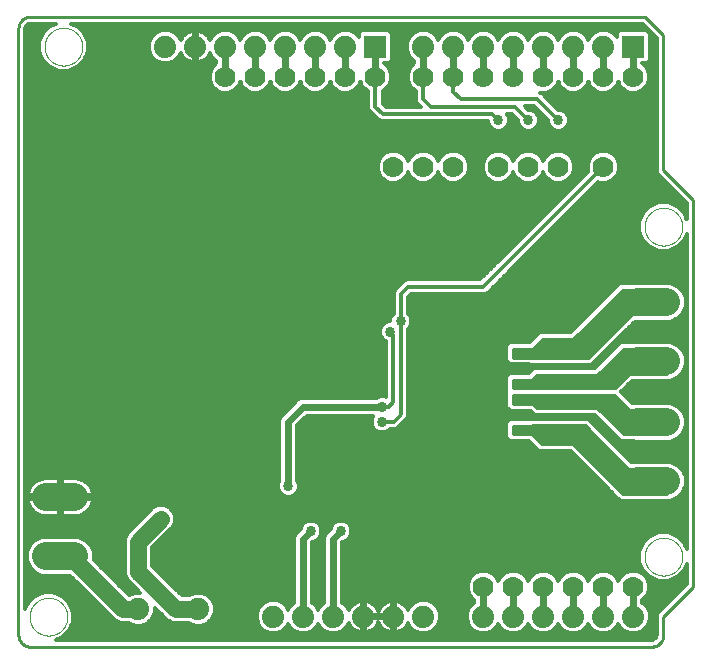
<source format=gbl>
G75*
%MOIN*%
%OFA0B0*%
%FSLAX25Y25*%
%IPPOS*%
%LPD*%
%AMOC8*
5,1,8,0,0,1.08239X$1,22.5*
%
%ADD10C,0.01000*%
%ADD11C,0.00000*%
%ADD12C,0.07400*%
%ADD13R,0.07400X0.07400*%
%ADD14C,0.09370*%
%ADD15C,0.03377*%
%ADD16C,0.02400*%
%ADD17C,0.01200*%
%ADD18C,0.03377*%
%ADD19C,0.07000*%
%ADD20C,0.05600*%
D10*
X0005537Y0010800D02*
X0212663Y0010800D01*
X0212787Y0010802D01*
X0212910Y0010808D01*
X0213034Y0010817D01*
X0213156Y0010831D01*
X0213279Y0010848D01*
X0213401Y0010870D01*
X0213522Y0010895D01*
X0213642Y0010924D01*
X0213761Y0010956D01*
X0213880Y0010993D01*
X0213997Y0011033D01*
X0214112Y0011076D01*
X0214227Y0011124D01*
X0214339Y0011175D01*
X0214450Y0011229D01*
X0214560Y0011287D01*
X0214667Y0011348D01*
X0214773Y0011413D01*
X0214876Y0011481D01*
X0214977Y0011552D01*
X0215076Y0011626D01*
X0215173Y0011703D01*
X0215267Y0011784D01*
X0215358Y0011867D01*
X0215447Y0011953D01*
X0215533Y0012042D01*
X0215616Y0012133D01*
X0215697Y0012227D01*
X0215774Y0012324D01*
X0215848Y0012423D01*
X0215919Y0012524D01*
X0215987Y0012627D01*
X0216052Y0012733D01*
X0216113Y0012840D01*
X0216171Y0012950D01*
X0216225Y0013061D01*
X0216276Y0013173D01*
X0216324Y0013288D01*
X0216367Y0013403D01*
X0216407Y0013520D01*
X0216444Y0013639D01*
X0216476Y0013758D01*
X0216505Y0013878D01*
X0216530Y0013999D01*
X0216552Y0014121D01*
X0216569Y0014244D01*
X0216583Y0014366D01*
X0216592Y0014490D01*
X0216598Y0014613D01*
X0216600Y0014737D01*
X0216600Y0020800D01*
X0226600Y0030800D01*
X0226600Y0159800D01*
X0216600Y0169800D01*
X0216600Y0214800D01*
X0210600Y0220800D01*
X0005537Y0220800D01*
X0005413Y0220798D01*
X0005290Y0220792D01*
X0005166Y0220783D01*
X0005044Y0220769D01*
X0004921Y0220752D01*
X0004799Y0220730D01*
X0004678Y0220705D01*
X0004558Y0220676D01*
X0004439Y0220644D01*
X0004320Y0220607D01*
X0004203Y0220567D01*
X0004088Y0220524D01*
X0003973Y0220476D01*
X0003861Y0220425D01*
X0003750Y0220371D01*
X0003640Y0220313D01*
X0003533Y0220252D01*
X0003427Y0220187D01*
X0003324Y0220119D01*
X0003223Y0220048D01*
X0003124Y0219974D01*
X0003027Y0219897D01*
X0002933Y0219816D01*
X0002842Y0219733D01*
X0002753Y0219647D01*
X0002667Y0219558D01*
X0002584Y0219467D01*
X0002503Y0219373D01*
X0002426Y0219276D01*
X0002352Y0219177D01*
X0002281Y0219076D01*
X0002213Y0218973D01*
X0002148Y0218867D01*
X0002087Y0218760D01*
X0002029Y0218650D01*
X0001975Y0218539D01*
X0001924Y0218427D01*
X0001876Y0218312D01*
X0001833Y0218197D01*
X0001793Y0218080D01*
X0001756Y0217961D01*
X0001724Y0217842D01*
X0001695Y0217722D01*
X0001670Y0217601D01*
X0001648Y0217479D01*
X0001631Y0217356D01*
X0001617Y0217234D01*
X0001608Y0217110D01*
X0001602Y0216987D01*
X0001600Y0216863D01*
X0001600Y0014737D01*
X0001602Y0014613D01*
X0001608Y0014490D01*
X0001617Y0014366D01*
X0001631Y0014244D01*
X0001648Y0014121D01*
X0001670Y0013999D01*
X0001695Y0013878D01*
X0001724Y0013758D01*
X0001756Y0013639D01*
X0001793Y0013520D01*
X0001833Y0013403D01*
X0001876Y0013288D01*
X0001924Y0013173D01*
X0001975Y0013061D01*
X0002029Y0012950D01*
X0002087Y0012840D01*
X0002148Y0012733D01*
X0002213Y0012627D01*
X0002281Y0012524D01*
X0002352Y0012423D01*
X0002426Y0012324D01*
X0002503Y0012227D01*
X0002584Y0012133D01*
X0002667Y0012042D01*
X0002753Y0011953D01*
X0002842Y0011867D01*
X0002933Y0011784D01*
X0003027Y0011703D01*
X0003124Y0011626D01*
X0003223Y0011552D01*
X0003324Y0011481D01*
X0003427Y0011413D01*
X0003533Y0011348D01*
X0003640Y0011287D01*
X0003750Y0011229D01*
X0003861Y0011175D01*
X0003973Y0011124D01*
X0004088Y0011076D01*
X0004203Y0011033D01*
X0004320Y0010993D01*
X0004439Y0010956D01*
X0004558Y0010924D01*
X0004678Y0010895D01*
X0004799Y0010870D01*
X0004921Y0010848D01*
X0005044Y0010831D01*
X0005166Y0010817D01*
X0005290Y0010808D01*
X0005413Y0010802D01*
X0005537Y0010800D01*
X0126600Y0085800D02*
X0129100Y0088300D01*
X0166350Y0091800D02*
X0166350Y0094800D01*
X0176600Y0094800D01*
X0176600Y0091800D01*
X0166350Y0091800D01*
X0166350Y0092678D02*
X0176600Y0092678D01*
X0176600Y0093676D02*
X0166350Y0093676D01*
X0166350Y0094675D02*
X0176600Y0094675D01*
X0176600Y0097000D02*
X0166350Y0097000D01*
X0166350Y0099800D01*
X0176600Y0099800D01*
X0176600Y0097000D01*
X0176600Y0097670D02*
X0166350Y0097670D01*
X0166350Y0098669D02*
X0176600Y0098669D01*
X0176600Y0099668D02*
X0166350Y0099668D01*
X0172850Y0099668D02*
X0202968Y0099668D01*
X0203966Y0100666D02*
X0173716Y0100666D01*
X0174350Y0101300D02*
X0194600Y0101300D01*
X0203350Y0110050D01*
X0217350Y0110050D01*
X0219100Y0108300D01*
X0219100Y0103300D01*
X0217600Y0101800D01*
X0205100Y0101800D01*
X0200300Y0097000D01*
X0172850Y0097000D01*
X0172850Y0099800D01*
X0174350Y0101300D01*
X0172850Y0098669D02*
X0201969Y0098669D01*
X0200970Y0097670D02*
X0172850Y0097670D01*
X0172850Y0094800D02*
X0200100Y0094800D01*
X0205100Y0089800D01*
X0217600Y0089550D01*
X0219100Y0088300D01*
X0219100Y0083300D01*
X0217350Y0081550D01*
X0203350Y0081550D01*
X0194600Y0090300D01*
X0174600Y0090300D01*
X0172850Y0092050D01*
X0172850Y0094800D01*
X0172850Y0094675D02*
X0200225Y0094675D01*
X0201224Y0093676D02*
X0172850Y0093676D01*
X0172850Y0092678D02*
X0202222Y0092678D01*
X0203221Y0091679D02*
X0173221Y0091679D01*
X0174219Y0090681D02*
X0204219Y0090681D01*
X0210980Y0089682D02*
X0195218Y0089682D01*
X0196216Y0088684D02*
X0218639Y0088684D01*
X0219100Y0087685D02*
X0197215Y0087685D01*
X0198213Y0086687D02*
X0219100Y0086687D01*
X0219100Y0085688D02*
X0199212Y0085688D01*
X0200210Y0084690D02*
X0219100Y0084690D01*
X0219100Y0083691D02*
X0201209Y0083691D01*
X0202207Y0082693D02*
X0218493Y0082693D01*
X0217494Y0081694D02*
X0203206Y0081694D01*
X0198198Y0076702D02*
X0188198Y0076702D01*
X0187200Y0077700D02*
X0197200Y0077700D01*
X0196201Y0078699D02*
X0175701Y0078699D01*
X0176100Y0078300D02*
X0172850Y0081550D01*
X0172850Y0084550D01*
X0190350Y0084550D01*
X0204850Y0070050D01*
X0217350Y0070050D01*
X0219100Y0068300D01*
X0219100Y0063300D01*
X0217600Y0061800D01*
X0203100Y0061800D01*
X0186600Y0078300D01*
X0176100Y0078300D01*
X0174703Y0079697D02*
X0195203Y0079697D01*
X0194204Y0080696D02*
X0173704Y0080696D01*
X0172850Y0081694D02*
X0193206Y0081694D01*
X0192207Y0082693D02*
X0172850Y0082693D01*
X0172850Y0083691D02*
X0191209Y0083691D01*
X0189197Y0075703D02*
X0199197Y0075703D01*
X0200195Y0074705D02*
X0190195Y0074705D01*
X0191194Y0073706D02*
X0201194Y0073706D01*
X0202192Y0072708D02*
X0192192Y0072708D01*
X0193191Y0071709D02*
X0203191Y0071709D01*
X0204189Y0070711D02*
X0194189Y0070711D01*
X0195188Y0069712D02*
X0217688Y0069712D01*
X0218686Y0068714D02*
X0196186Y0068714D01*
X0197185Y0067715D02*
X0219100Y0067715D01*
X0219100Y0066717D02*
X0198183Y0066717D01*
X0199182Y0065718D02*
X0219100Y0065718D01*
X0219100Y0064720D02*
X0200180Y0064720D01*
X0201179Y0063721D02*
X0219100Y0063721D01*
X0218523Y0062723D02*
X0202177Y0062723D01*
X0176600Y0081550D02*
X0166350Y0081550D01*
X0166350Y0084425D01*
X0176600Y0084425D01*
X0176600Y0081550D01*
X0176600Y0081694D02*
X0166350Y0081694D01*
X0166350Y0082693D02*
X0176600Y0082693D01*
X0176600Y0083691D02*
X0166350Y0083691D01*
X0166350Y0107175D02*
X0166350Y0110050D01*
X0176600Y0110050D01*
X0176600Y0107175D01*
X0166350Y0107175D01*
X0166350Y0107656D02*
X0176600Y0107656D01*
X0176600Y0108654D02*
X0166350Y0108654D01*
X0166350Y0109653D02*
X0176600Y0109653D01*
X0174700Y0111650D02*
X0196200Y0111650D01*
X0197198Y0112648D02*
X0175698Y0112648D01*
X0176350Y0113300D02*
X0172850Y0109800D01*
X0172850Y0107050D01*
X0191600Y0107050D01*
X0206100Y0121550D01*
X0217350Y0121550D01*
X0219100Y0123300D01*
X0219100Y0128300D01*
X0217600Y0129800D01*
X0203100Y0129800D01*
X0186600Y0113300D01*
X0176350Y0113300D01*
X0173701Y0110651D02*
X0195201Y0110651D01*
X0194203Y0109653D02*
X0172850Y0109653D01*
X0172850Y0108654D02*
X0193204Y0108654D01*
X0192206Y0107656D02*
X0172850Y0107656D01*
X0186947Y0113647D02*
X0198197Y0113647D01*
X0199195Y0114645D02*
X0187945Y0114645D01*
X0188944Y0115644D02*
X0200194Y0115644D01*
X0201192Y0116642D02*
X0189942Y0116642D01*
X0190941Y0117641D02*
X0202191Y0117641D01*
X0203189Y0118639D02*
X0191939Y0118639D01*
X0192938Y0119638D02*
X0204188Y0119638D01*
X0205186Y0120636D02*
X0193936Y0120636D01*
X0194935Y0121635D02*
X0217435Y0121635D01*
X0218433Y0122633D02*
X0195933Y0122633D01*
X0196932Y0123632D02*
X0219100Y0123632D01*
X0219100Y0124630D02*
X0197930Y0124630D01*
X0198929Y0125629D02*
X0219100Y0125629D01*
X0219100Y0126627D02*
X0199927Y0126627D01*
X0200926Y0127626D02*
X0219100Y0127626D01*
X0218776Y0128624D02*
X0201924Y0128624D01*
X0202923Y0129623D02*
X0217777Y0129623D01*
X0217747Y0109653D02*
X0202953Y0109653D01*
X0201954Y0108654D02*
X0218746Y0108654D01*
X0219100Y0107656D02*
X0200956Y0107656D01*
X0199957Y0106657D02*
X0219100Y0106657D01*
X0219100Y0105659D02*
X0198959Y0105659D01*
X0197960Y0104660D02*
X0219100Y0104660D01*
X0219100Y0103662D02*
X0196962Y0103662D01*
X0195963Y0102663D02*
X0218463Y0102663D01*
X0204965Y0101665D02*
X0194965Y0101665D01*
D11*
X0210301Y0150800D02*
X0210303Y0150958D01*
X0210309Y0151116D01*
X0210319Y0151274D01*
X0210333Y0151432D01*
X0210351Y0151589D01*
X0210372Y0151746D01*
X0210398Y0151902D01*
X0210428Y0152058D01*
X0210461Y0152213D01*
X0210499Y0152366D01*
X0210540Y0152519D01*
X0210585Y0152671D01*
X0210634Y0152822D01*
X0210687Y0152971D01*
X0210743Y0153119D01*
X0210803Y0153265D01*
X0210867Y0153410D01*
X0210935Y0153553D01*
X0211006Y0153695D01*
X0211080Y0153835D01*
X0211158Y0153972D01*
X0211240Y0154108D01*
X0211324Y0154242D01*
X0211413Y0154373D01*
X0211504Y0154502D01*
X0211599Y0154629D01*
X0211696Y0154754D01*
X0211797Y0154876D01*
X0211901Y0154995D01*
X0212008Y0155112D01*
X0212118Y0155226D01*
X0212231Y0155337D01*
X0212346Y0155446D01*
X0212464Y0155551D01*
X0212585Y0155653D01*
X0212708Y0155753D01*
X0212834Y0155849D01*
X0212962Y0155942D01*
X0213092Y0156032D01*
X0213225Y0156118D01*
X0213360Y0156202D01*
X0213496Y0156281D01*
X0213635Y0156358D01*
X0213776Y0156430D01*
X0213918Y0156500D01*
X0214062Y0156565D01*
X0214208Y0156627D01*
X0214355Y0156685D01*
X0214504Y0156740D01*
X0214654Y0156791D01*
X0214805Y0156838D01*
X0214957Y0156881D01*
X0215110Y0156920D01*
X0215265Y0156956D01*
X0215420Y0156987D01*
X0215576Y0157015D01*
X0215732Y0157039D01*
X0215889Y0157059D01*
X0216047Y0157075D01*
X0216204Y0157087D01*
X0216363Y0157095D01*
X0216521Y0157099D01*
X0216679Y0157099D01*
X0216837Y0157095D01*
X0216996Y0157087D01*
X0217153Y0157075D01*
X0217311Y0157059D01*
X0217468Y0157039D01*
X0217624Y0157015D01*
X0217780Y0156987D01*
X0217935Y0156956D01*
X0218090Y0156920D01*
X0218243Y0156881D01*
X0218395Y0156838D01*
X0218546Y0156791D01*
X0218696Y0156740D01*
X0218845Y0156685D01*
X0218992Y0156627D01*
X0219138Y0156565D01*
X0219282Y0156500D01*
X0219424Y0156430D01*
X0219565Y0156358D01*
X0219704Y0156281D01*
X0219840Y0156202D01*
X0219975Y0156118D01*
X0220108Y0156032D01*
X0220238Y0155942D01*
X0220366Y0155849D01*
X0220492Y0155753D01*
X0220615Y0155653D01*
X0220736Y0155551D01*
X0220854Y0155446D01*
X0220969Y0155337D01*
X0221082Y0155226D01*
X0221192Y0155112D01*
X0221299Y0154995D01*
X0221403Y0154876D01*
X0221504Y0154754D01*
X0221601Y0154629D01*
X0221696Y0154502D01*
X0221787Y0154373D01*
X0221876Y0154242D01*
X0221960Y0154108D01*
X0222042Y0153972D01*
X0222120Y0153835D01*
X0222194Y0153695D01*
X0222265Y0153553D01*
X0222333Y0153410D01*
X0222397Y0153265D01*
X0222457Y0153119D01*
X0222513Y0152971D01*
X0222566Y0152822D01*
X0222615Y0152671D01*
X0222660Y0152519D01*
X0222701Y0152366D01*
X0222739Y0152213D01*
X0222772Y0152058D01*
X0222802Y0151902D01*
X0222828Y0151746D01*
X0222849Y0151589D01*
X0222867Y0151432D01*
X0222881Y0151274D01*
X0222891Y0151116D01*
X0222897Y0150958D01*
X0222899Y0150800D01*
X0222897Y0150642D01*
X0222891Y0150484D01*
X0222881Y0150326D01*
X0222867Y0150168D01*
X0222849Y0150011D01*
X0222828Y0149854D01*
X0222802Y0149698D01*
X0222772Y0149542D01*
X0222739Y0149387D01*
X0222701Y0149234D01*
X0222660Y0149081D01*
X0222615Y0148929D01*
X0222566Y0148778D01*
X0222513Y0148629D01*
X0222457Y0148481D01*
X0222397Y0148335D01*
X0222333Y0148190D01*
X0222265Y0148047D01*
X0222194Y0147905D01*
X0222120Y0147765D01*
X0222042Y0147628D01*
X0221960Y0147492D01*
X0221876Y0147358D01*
X0221787Y0147227D01*
X0221696Y0147098D01*
X0221601Y0146971D01*
X0221504Y0146846D01*
X0221403Y0146724D01*
X0221299Y0146605D01*
X0221192Y0146488D01*
X0221082Y0146374D01*
X0220969Y0146263D01*
X0220854Y0146154D01*
X0220736Y0146049D01*
X0220615Y0145947D01*
X0220492Y0145847D01*
X0220366Y0145751D01*
X0220238Y0145658D01*
X0220108Y0145568D01*
X0219975Y0145482D01*
X0219840Y0145398D01*
X0219704Y0145319D01*
X0219565Y0145242D01*
X0219424Y0145170D01*
X0219282Y0145100D01*
X0219138Y0145035D01*
X0218992Y0144973D01*
X0218845Y0144915D01*
X0218696Y0144860D01*
X0218546Y0144809D01*
X0218395Y0144762D01*
X0218243Y0144719D01*
X0218090Y0144680D01*
X0217935Y0144644D01*
X0217780Y0144613D01*
X0217624Y0144585D01*
X0217468Y0144561D01*
X0217311Y0144541D01*
X0217153Y0144525D01*
X0216996Y0144513D01*
X0216837Y0144505D01*
X0216679Y0144501D01*
X0216521Y0144501D01*
X0216363Y0144505D01*
X0216204Y0144513D01*
X0216047Y0144525D01*
X0215889Y0144541D01*
X0215732Y0144561D01*
X0215576Y0144585D01*
X0215420Y0144613D01*
X0215265Y0144644D01*
X0215110Y0144680D01*
X0214957Y0144719D01*
X0214805Y0144762D01*
X0214654Y0144809D01*
X0214504Y0144860D01*
X0214355Y0144915D01*
X0214208Y0144973D01*
X0214062Y0145035D01*
X0213918Y0145100D01*
X0213776Y0145170D01*
X0213635Y0145242D01*
X0213496Y0145319D01*
X0213360Y0145398D01*
X0213225Y0145482D01*
X0213092Y0145568D01*
X0212962Y0145658D01*
X0212834Y0145751D01*
X0212708Y0145847D01*
X0212585Y0145947D01*
X0212464Y0146049D01*
X0212346Y0146154D01*
X0212231Y0146263D01*
X0212118Y0146374D01*
X0212008Y0146488D01*
X0211901Y0146605D01*
X0211797Y0146724D01*
X0211696Y0146846D01*
X0211599Y0146971D01*
X0211504Y0147098D01*
X0211413Y0147227D01*
X0211324Y0147358D01*
X0211240Y0147492D01*
X0211158Y0147628D01*
X0211080Y0147765D01*
X0211006Y0147905D01*
X0210935Y0148047D01*
X0210867Y0148190D01*
X0210803Y0148335D01*
X0210743Y0148481D01*
X0210687Y0148629D01*
X0210634Y0148778D01*
X0210585Y0148929D01*
X0210540Y0149081D01*
X0210499Y0149234D01*
X0210461Y0149387D01*
X0210428Y0149542D01*
X0210398Y0149698D01*
X0210372Y0149854D01*
X0210351Y0150011D01*
X0210333Y0150168D01*
X0210319Y0150326D01*
X0210309Y0150484D01*
X0210303Y0150642D01*
X0210301Y0150800D01*
X0210301Y0040800D02*
X0210303Y0040958D01*
X0210309Y0041116D01*
X0210319Y0041274D01*
X0210333Y0041432D01*
X0210351Y0041589D01*
X0210372Y0041746D01*
X0210398Y0041902D01*
X0210428Y0042058D01*
X0210461Y0042213D01*
X0210499Y0042366D01*
X0210540Y0042519D01*
X0210585Y0042671D01*
X0210634Y0042822D01*
X0210687Y0042971D01*
X0210743Y0043119D01*
X0210803Y0043265D01*
X0210867Y0043410D01*
X0210935Y0043553D01*
X0211006Y0043695D01*
X0211080Y0043835D01*
X0211158Y0043972D01*
X0211240Y0044108D01*
X0211324Y0044242D01*
X0211413Y0044373D01*
X0211504Y0044502D01*
X0211599Y0044629D01*
X0211696Y0044754D01*
X0211797Y0044876D01*
X0211901Y0044995D01*
X0212008Y0045112D01*
X0212118Y0045226D01*
X0212231Y0045337D01*
X0212346Y0045446D01*
X0212464Y0045551D01*
X0212585Y0045653D01*
X0212708Y0045753D01*
X0212834Y0045849D01*
X0212962Y0045942D01*
X0213092Y0046032D01*
X0213225Y0046118D01*
X0213360Y0046202D01*
X0213496Y0046281D01*
X0213635Y0046358D01*
X0213776Y0046430D01*
X0213918Y0046500D01*
X0214062Y0046565D01*
X0214208Y0046627D01*
X0214355Y0046685D01*
X0214504Y0046740D01*
X0214654Y0046791D01*
X0214805Y0046838D01*
X0214957Y0046881D01*
X0215110Y0046920D01*
X0215265Y0046956D01*
X0215420Y0046987D01*
X0215576Y0047015D01*
X0215732Y0047039D01*
X0215889Y0047059D01*
X0216047Y0047075D01*
X0216204Y0047087D01*
X0216363Y0047095D01*
X0216521Y0047099D01*
X0216679Y0047099D01*
X0216837Y0047095D01*
X0216996Y0047087D01*
X0217153Y0047075D01*
X0217311Y0047059D01*
X0217468Y0047039D01*
X0217624Y0047015D01*
X0217780Y0046987D01*
X0217935Y0046956D01*
X0218090Y0046920D01*
X0218243Y0046881D01*
X0218395Y0046838D01*
X0218546Y0046791D01*
X0218696Y0046740D01*
X0218845Y0046685D01*
X0218992Y0046627D01*
X0219138Y0046565D01*
X0219282Y0046500D01*
X0219424Y0046430D01*
X0219565Y0046358D01*
X0219704Y0046281D01*
X0219840Y0046202D01*
X0219975Y0046118D01*
X0220108Y0046032D01*
X0220238Y0045942D01*
X0220366Y0045849D01*
X0220492Y0045753D01*
X0220615Y0045653D01*
X0220736Y0045551D01*
X0220854Y0045446D01*
X0220969Y0045337D01*
X0221082Y0045226D01*
X0221192Y0045112D01*
X0221299Y0044995D01*
X0221403Y0044876D01*
X0221504Y0044754D01*
X0221601Y0044629D01*
X0221696Y0044502D01*
X0221787Y0044373D01*
X0221876Y0044242D01*
X0221960Y0044108D01*
X0222042Y0043972D01*
X0222120Y0043835D01*
X0222194Y0043695D01*
X0222265Y0043553D01*
X0222333Y0043410D01*
X0222397Y0043265D01*
X0222457Y0043119D01*
X0222513Y0042971D01*
X0222566Y0042822D01*
X0222615Y0042671D01*
X0222660Y0042519D01*
X0222701Y0042366D01*
X0222739Y0042213D01*
X0222772Y0042058D01*
X0222802Y0041902D01*
X0222828Y0041746D01*
X0222849Y0041589D01*
X0222867Y0041432D01*
X0222881Y0041274D01*
X0222891Y0041116D01*
X0222897Y0040958D01*
X0222899Y0040800D01*
X0222897Y0040642D01*
X0222891Y0040484D01*
X0222881Y0040326D01*
X0222867Y0040168D01*
X0222849Y0040011D01*
X0222828Y0039854D01*
X0222802Y0039698D01*
X0222772Y0039542D01*
X0222739Y0039387D01*
X0222701Y0039234D01*
X0222660Y0039081D01*
X0222615Y0038929D01*
X0222566Y0038778D01*
X0222513Y0038629D01*
X0222457Y0038481D01*
X0222397Y0038335D01*
X0222333Y0038190D01*
X0222265Y0038047D01*
X0222194Y0037905D01*
X0222120Y0037765D01*
X0222042Y0037628D01*
X0221960Y0037492D01*
X0221876Y0037358D01*
X0221787Y0037227D01*
X0221696Y0037098D01*
X0221601Y0036971D01*
X0221504Y0036846D01*
X0221403Y0036724D01*
X0221299Y0036605D01*
X0221192Y0036488D01*
X0221082Y0036374D01*
X0220969Y0036263D01*
X0220854Y0036154D01*
X0220736Y0036049D01*
X0220615Y0035947D01*
X0220492Y0035847D01*
X0220366Y0035751D01*
X0220238Y0035658D01*
X0220108Y0035568D01*
X0219975Y0035482D01*
X0219840Y0035398D01*
X0219704Y0035319D01*
X0219565Y0035242D01*
X0219424Y0035170D01*
X0219282Y0035100D01*
X0219138Y0035035D01*
X0218992Y0034973D01*
X0218845Y0034915D01*
X0218696Y0034860D01*
X0218546Y0034809D01*
X0218395Y0034762D01*
X0218243Y0034719D01*
X0218090Y0034680D01*
X0217935Y0034644D01*
X0217780Y0034613D01*
X0217624Y0034585D01*
X0217468Y0034561D01*
X0217311Y0034541D01*
X0217153Y0034525D01*
X0216996Y0034513D01*
X0216837Y0034505D01*
X0216679Y0034501D01*
X0216521Y0034501D01*
X0216363Y0034505D01*
X0216204Y0034513D01*
X0216047Y0034525D01*
X0215889Y0034541D01*
X0215732Y0034561D01*
X0215576Y0034585D01*
X0215420Y0034613D01*
X0215265Y0034644D01*
X0215110Y0034680D01*
X0214957Y0034719D01*
X0214805Y0034762D01*
X0214654Y0034809D01*
X0214504Y0034860D01*
X0214355Y0034915D01*
X0214208Y0034973D01*
X0214062Y0035035D01*
X0213918Y0035100D01*
X0213776Y0035170D01*
X0213635Y0035242D01*
X0213496Y0035319D01*
X0213360Y0035398D01*
X0213225Y0035482D01*
X0213092Y0035568D01*
X0212962Y0035658D01*
X0212834Y0035751D01*
X0212708Y0035847D01*
X0212585Y0035947D01*
X0212464Y0036049D01*
X0212346Y0036154D01*
X0212231Y0036263D01*
X0212118Y0036374D01*
X0212008Y0036488D01*
X0211901Y0036605D01*
X0211797Y0036724D01*
X0211696Y0036846D01*
X0211599Y0036971D01*
X0211504Y0037098D01*
X0211413Y0037227D01*
X0211324Y0037358D01*
X0211240Y0037492D01*
X0211158Y0037628D01*
X0211080Y0037765D01*
X0211006Y0037905D01*
X0210935Y0038047D01*
X0210867Y0038190D01*
X0210803Y0038335D01*
X0210743Y0038481D01*
X0210687Y0038629D01*
X0210634Y0038778D01*
X0210585Y0038929D01*
X0210540Y0039081D01*
X0210499Y0039234D01*
X0210461Y0039387D01*
X0210428Y0039542D01*
X0210398Y0039698D01*
X0210372Y0039854D01*
X0210351Y0040011D01*
X0210333Y0040168D01*
X0210319Y0040326D01*
X0210309Y0040484D01*
X0210303Y0040642D01*
X0210301Y0040800D01*
X0010301Y0210800D02*
X0010303Y0210958D01*
X0010309Y0211116D01*
X0010319Y0211274D01*
X0010333Y0211432D01*
X0010351Y0211589D01*
X0010372Y0211746D01*
X0010398Y0211902D01*
X0010428Y0212058D01*
X0010461Y0212213D01*
X0010499Y0212366D01*
X0010540Y0212519D01*
X0010585Y0212671D01*
X0010634Y0212822D01*
X0010687Y0212971D01*
X0010743Y0213119D01*
X0010803Y0213265D01*
X0010867Y0213410D01*
X0010935Y0213553D01*
X0011006Y0213695D01*
X0011080Y0213835D01*
X0011158Y0213972D01*
X0011240Y0214108D01*
X0011324Y0214242D01*
X0011413Y0214373D01*
X0011504Y0214502D01*
X0011599Y0214629D01*
X0011696Y0214754D01*
X0011797Y0214876D01*
X0011901Y0214995D01*
X0012008Y0215112D01*
X0012118Y0215226D01*
X0012231Y0215337D01*
X0012346Y0215446D01*
X0012464Y0215551D01*
X0012585Y0215653D01*
X0012708Y0215753D01*
X0012834Y0215849D01*
X0012962Y0215942D01*
X0013092Y0216032D01*
X0013225Y0216118D01*
X0013360Y0216202D01*
X0013496Y0216281D01*
X0013635Y0216358D01*
X0013776Y0216430D01*
X0013918Y0216500D01*
X0014062Y0216565D01*
X0014208Y0216627D01*
X0014355Y0216685D01*
X0014504Y0216740D01*
X0014654Y0216791D01*
X0014805Y0216838D01*
X0014957Y0216881D01*
X0015110Y0216920D01*
X0015265Y0216956D01*
X0015420Y0216987D01*
X0015576Y0217015D01*
X0015732Y0217039D01*
X0015889Y0217059D01*
X0016047Y0217075D01*
X0016204Y0217087D01*
X0016363Y0217095D01*
X0016521Y0217099D01*
X0016679Y0217099D01*
X0016837Y0217095D01*
X0016996Y0217087D01*
X0017153Y0217075D01*
X0017311Y0217059D01*
X0017468Y0217039D01*
X0017624Y0217015D01*
X0017780Y0216987D01*
X0017935Y0216956D01*
X0018090Y0216920D01*
X0018243Y0216881D01*
X0018395Y0216838D01*
X0018546Y0216791D01*
X0018696Y0216740D01*
X0018845Y0216685D01*
X0018992Y0216627D01*
X0019138Y0216565D01*
X0019282Y0216500D01*
X0019424Y0216430D01*
X0019565Y0216358D01*
X0019704Y0216281D01*
X0019840Y0216202D01*
X0019975Y0216118D01*
X0020108Y0216032D01*
X0020238Y0215942D01*
X0020366Y0215849D01*
X0020492Y0215753D01*
X0020615Y0215653D01*
X0020736Y0215551D01*
X0020854Y0215446D01*
X0020969Y0215337D01*
X0021082Y0215226D01*
X0021192Y0215112D01*
X0021299Y0214995D01*
X0021403Y0214876D01*
X0021504Y0214754D01*
X0021601Y0214629D01*
X0021696Y0214502D01*
X0021787Y0214373D01*
X0021876Y0214242D01*
X0021960Y0214108D01*
X0022042Y0213972D01*
X0022120Y0213835D01*
X0022194Y0213695D01*
X0022265Y0213553D01*
X0022333Y0213410D01*
X0022397Y0213265D01*
X0022457Y0213119D01*
X0022513Y0212971D01*
X0022566Y0212822D01*
X0022615Y0212671D01*
X0022660Y0212519D01*
X0022701Y0212366D01*
X0022739Y0212213D01*
X0022772Y0212058D01*
X0022802Y0211902D01*
X0022828Y0211746D01*
X0022849Y0211589D01*
X0022867Y0211432D01*
X0022881Y0211274D01*
X0022891Y0211116D01*
X0022897Y0210958D01*
X0022899Y0210800D01*
X0022897Y0210642D01*
X0022891Y0210484D01*
X0022881Y0210326D01*
X0022867Y0210168D01*
X0022849Y0210011D01*
X0022828Y0209854D01*
X0022802Y0209698D01*
X0022772Y0209542D01*
X0022739Y0209387D01*
X0022701Y0209234D01*
X0022660Y0209081D01*
X0022615Y0208929D01*
X0022566Y0208778D01*
X0022513Y0208629D01*
X0022457Y0208481D01*
X0022397Y0208335D01*
X0022333Y0208190D01*
X0022265Y0208047D01*
X0022194Y0207905D01*
X0022120Y0207765D01*
X0022042Y0207628D01*
X0021960Y0207492D01*
X0021876Y0207358D01*
X0021787Y0207227D01*
X0021696Y0207098D01*
X0021601Y0206971D01*
X0021504Y0206846D01*
X0021403Y0206724D01*
X0021299Y0206605D01*
X0021192Y0206488D01*
X0021082Y0206374D01*
X0020969Y0206263D01*
X0020854Y0206154D01*
X0020736Y0206049D01*
X0020615Y0205947D01*
X0020492Y0205847D01*
X0020366Y0205751D01*
X0020238Y0205658D01*
X0020108Y0205568D01*
X0019975Y0205482D01*
X0019840Y0205398D01*
X0019704Y0205319D01*
X0019565Y0205242D01*
X0019424Y0205170D01*
X0019282Y0205100D01*
X0019138Y0205035D01*
X0018992Y0204973D01*
X0018845Y0204915D01*
X0018696Y0204860D01*
X0018546Y0204809D01*
X0018395Y0204762D01*
X0018243Y0204719D01*
X0018090Y0204680D01*
X0017935Y0204644D01*
X0017780Y0204613D01*
X0017624Y0204585D01*
X0017468Y0204561D01*
X0017311Y0204541D01*
X0017153Y0204525D01*
X0016996Y0204513D01*
X0016837Y0204505D01*
X0016679Y0204501D01*
X0016521Y0204501D01*
X0016363Y0204505D01*
X0016204Y0204513D01*
X0016047Y0204525D01*
X0015889Y0204541D01*
X0015732Y0204561D01*
X0015576Y0204585D01*
X0015420Y0204613D01*
X0015265Y0204644D01*
X0015110Y0204680D01*
X0014957Y0204719D01*
X0014805Y0204762D01*
X0014654Y0204809D01*
X0014504Y0204860D01*
X0014355Y0204915D01*
X0014208Y0204973D01*
X0014062Y0205035D01*
X0013918Y0205100D01*
X0013776Y0205170D01*
X0013635Y0205242D01*
X0013496Y0205319D01*
X0013360Y0205398D01*
X0013225Y0205482D01*
X0013092Y0205568D01*
X0012962Y0205658D01*
X0012834Y0205751D01*
X0012708Y0205847D01*
X0012585Y0205947D01*
X0012464Y0206049D01*
X0012346Y0206154D01*
X0012231Y0206263D01*
X0012118Y0206374D01*
X0012008Y0206488D01*
X0011901Y0206605D01*
X0011797Y0206724D01*
X0011696Y0206846D01*
X0011599Y0206971D01*
X0011504Y0207098D01*
X0011413Y0207227D01*
X0011324Y0207358D01*
X0011240Y0207492D01*
X0011158Y0207628D01*
X0011080Y0207765D01*
X0011006Y0207905D01*
X0010935Y0208047D01*
X0010867Y0208190D01*
X0010803Y0208335D01*
X0010743Y0208481D01*
X0010687Y0208629D01*
X0010634Y0208778D01*
X0010585Y0208929D01*
X0010540Y0209081D01*
X0010499Y0209234D01*
X0010461Y0209387D01*
X0010428Y0209542D01*
X0010398Y0209698D01*
X0010372Y0209854D01*
X0010351Y0210011D01*
X0010333Y0210168D01*
X0010319Y0210326D01*
X0010309Y0210484D01*
X0010303Y0210642D01*
X0010301Y0210800D01*
X0005301Y0020800D02*
X0005303Y0020958D01*
X0005309Y0021116D01*
X0005319Y0021274D01*
X0005333Y0021432D01*
X0005351Y0021589D01*
X0005372Y0021746D01*
X0005398Y0021902D01*
X0005428Y0022058D01*
X0005461Y0022213D01*
X0005499Y0022366D01*
X0005540Y0022519D01*
X0005585Y0022671D01*
X0005634Y0022822D01*
X0005687Y0022971D01*
X0005743Y0023119D01*
X0005803Y0023265D01*
X0005867Y0023410D01*
X0005935Y0023553D01*
X0006006Y0023695D01*
X0006080Y0023835D01*
X0006158Y0023972D01*
X0006240Y0024108D01*
X0006324Y0024242D01*
X0006413Y0024373D01*
X0006504Y0024502D01*
X0006599Y0024629D01*
X0006696Y0024754D01*
X0006797Y0024876D01*
X0006901Y0024995D01*
X0007008Y0025112D01*
X0007118Y0025226D01*
X0007231Y0025337D01*
X0007346Y0025446D01*
X0007464Y0025551D01*
X0007585Y0025653D01*
X0007708Y0025753D01*
X0007834Y0025849D01*
X0007962Y0025942D01*
X0008092Y0026032D01*
X0008225Y0026118D01*
X0008360Y0026202D01*
X0008496Y0026281D01*
X0008635Y0026358D01*
X0008776Y0026430D01*
X0008918Y0026500D01*
X0009062Y0026565D01*
X0009208Y0026627D01*
X0009355Y0026685D01*
X0009504Y0026740D01*
X0009654Y0026791D01*
X0009805Y0026838D01*
X0009957Y0026881D01*
X0010110Y0026920D01*
X0010265Y0026956D01*
X0010420Y0026987D01*
X0010576Y0027015D01*
X0010732Y0027039D01*
X0010889Y0027059D01*
X0011047Y0027075D01*
X0011204Y0027087D01*
X0011363Y0027095D01*
X0011521Y0027099D01*
X0011679Y0027099D01*
X0011837Y0027095D01*
X0011996Y0027087D01*
X0012153Y0027075D01*
X0012311Y0027059D01*
X0012468Y0027039D01*
X0012624Y0027015D01*
X0012780Y0026987D01*
X0012935Y0026956D01*
X0013090Y0026920D01*
X0013243Y0026881D01*
X0013395Y0026838D01*
X0013546Y0026791D01*
X0013696Y0026740D01*
X0013845Y0026685D01*
X0013992Y0026627D01*
X0014138Y0026565D01*
X0014282Y0026500D01*
X0014424Y0026430D01*
X0014565Y0026358D01*
X0014704Y0026281D01*
X0014840Y0026202D01*
X0014975Y0026118D01*
X0015108Y0026032D01*
X0015238Y0025942D01*
X0015366Y0025849D01*
X0015492Y0025753D01*
X0015615Y0025653D01*
X0015736Y0025551D01*
X0015854Y0025446D01*
X0015969Y0025337D01*
X0016082Y0025226D01*
X0016192Y0025112D01*
X0016299Y0024995D01*
X0016403Y0024876D01*
X0016504Y0024754D01*
X0016601Y0024629D01*
X0016696Y0024502D01*
X0016787Y0024373D01*
X0016876Y0024242D01*
X0016960Y0024108D01*
X0017042Y0023972D01*
X0017120Y0023835D01*
X0017194Y0023695D01*
X0017265Y0023553D01*
X0017333Y0023410D01*
X0017397Y0023265D01*
X0017457Y0023119D01*
X0017513Y0022971D01*
X0017566Y0022822D01*
X0017615Y0022671D01*
X0017660Y0022519D01*
X0017701Y0022366D01*
X0017739Y0022213D01*
X0017772Y0022058D01*
X0017802Y0021902D01*
X0017828Y0021746D01*
X0017849Y0021589D01*
X0017867Y0021432D01*
X0017881Y0021274D01*
X0017891Y0021116D01*
X0017897Y0020958D01*
X0017899Y0020800D01*
X0017897Y0020642D01*
X0017891Y0020484D01*
X0017881Y0020326D01*
X0017867Y0020168D01*
X0017849Y0020011D01*
X0017828Y0019854D01*
X0017802Y0019698D01*
X0017772Y0019542D01*
X0017739Y0019387D01*
X0017701Y0019234D01*
X0017660Y0019081D01*
X0017615Y0018929D01*
X0017566Y0018778D01*
X0017513Y0018629D01*
X0017457Y0018481D01*
X0017397Y0018335D01*
X0017333Y0018190D01*
X0017265Y0018047D01*
X0017194Y0017905D01*
X0017120Y0017765D01*
X0017042Y0017628D01*
X0016960Y0017492D01*
X0016876Y0017358D01*
X0016787Y0017227D01*
X0016696Y0017098D01*
X0016601Y0016971D01*
X0016504Y0016846D01*
X0016403Y0016724D01*
X0016299Y0016605D01*
X0016192Y0016488D01*
X0016082Y0016374D01*
X0015969Y0016263D01*
X0015854Y0016154D01*
X0015736Y0016049D01*
X0015615Y0015947D01*
X0015492Y0015847D01*
X0015366Y0015751D01*
X0015238Y0015658D01*
X0015108Y0015568D01*
X0014975Y0015482D01*
X0014840Y0015398D01*
X0014704Y0015319D01*
X0014565Y0015242D01*
X0014424Y0015170D01*
X0014282Y0015100D01*
X0014138Y0015035D01*
X0013992Y0014973D01*
X0013845Y0014915D01*
X0013696Y0014860D01*
X0013546Y0014809D01*
X0013395Y0014762D01*
X0013243Y0014719D01*
X0013090Y0014680D01*
X0012935Y0014644D01*
X0012780Y0014613D01*
X0012624Y0014585D01*
X0012468Y0014561D01*
X0012311Y0014541D01*
X0012153Y0014525D01*
X0011996Y0014513D01*
X0011837Y0014505D01*
X0011679Y0014501D01*
X0011521Y0014501D01*
X0011363Y0014505D01*
X0011204Y0014513D01*
X0011047Y0014525D01*
X0010889Y0014541D01*
X0010732Y0014561D01*
X0010576Y0014585D01*
X0010420Y0014613D01*
X0010265Y0014644D01*
X0010110Y0014680D01*
X0009957Y0014719D01*
X0009805Y0014762D01*
X0009654Y0014809D01*
X0009504Y0014860D01*
X0009355Y0014915D01*
X0009208Y0014973D01*
X0009062Y0015035D01*
X0008918Y0015100D01*
X0008776Y0015170D01*
X0008635Y0015242D01*
X0008496Y0015319D01*
X0008360Y0015398D01*
X0008225Y0015482D01*
X0008092Y0015568D01*
X0007962Y0015658D01*
X0007834Y0015751D01*
X0007708Y0015847D01*
X0007585Y0015947D01*
X0007464Y0016049D01*
X0007346Y0016154D01*
X0007231Y0016263D01*
X0007118Y0016374D01*
X0007008Y0016488D01*
X0006901Y0016605D01*
X0006797Y0016724D01*
X0006696Y0016846D01*
X0006599Y0016971D01*
X0006504Y0017098D01*
X0006413Y0017227D01*
X0006324Y0017358D01*
X0006240Y0017492D01*
X0006158Y0017628D01*
X0006080Y0017765D01*
X0006006Y0017905D01*
X0005935Y0018047D01*
X0005867Y0018190D01*
X0005803Y0018335D01*
X0005743Y0018481D01*
X0005687Y0018629D01*
X0005634Y0018778D01*
X0005585Y0018929D01*
X0005540Y0019081D01*
X0005499Y0019234D01*
X0005461Y0019387D01*
X0005428Y0019542D01*
X0005398Y0019698D01*
X0005372Y0019854D01*
X0005351Y0020011D01*
X0005333Y0020168D01*
X0005319Y0020326D01*
X0005309Y0020484D01*
X0005303Y0020642D01*
X0005301Y0020800D01*
D12*
X0041600Y0023300D03*
X0061600Y0023300D03*
X0086600Y0020800D03*
X0096600Y0020800D03*
X0106600Y0020800D03*
X0116600Y0020800D03*
X0126600Y0020800D03*
X0136600Y0020800D03*
X0156600Y0020800D03*
X0166600Y0020800D03*
X0176600Y0020800D03*
X0186600Y0020800D03*
X0196600Y0020800D03*
X0206600Y0020800D03*
X0196600Y0210800D03*
X0186600Y0210800D03*
X0176600Y0210800D03*
X0166600Y0210800D03*
X0156600Y0210800D03*
X0146600Y0210800D03*
X0136600Y0210800D03*
X0110600Y0210800D03*
X0100600Y0210800D03*
X0090600Y0210800D03*
X0080600Y0210800D03*
X0070600Y0210800D03*
X0060600Y0210800D03*
X0050600Y0210800D03*
D13*
X0120600Y0210800D03*
X0206600Y0210800D03*
D14*
X0208187Y0125643D02*
X0217557Y0125643D01*
X0217557Y0105957D02*
X0208187Y0105957D01*
X0208187Y0085643D02*
X0217557Y0085643D01*
X0217557Y0065957D02*
X0208187Y0065957D01*
X0020263Y0060643D02*
X0010893Y0060643D01*
X0010893Y0040957D02*
X0020263Y0040957D01*
D15*
X0099100Y0049300D03*
X0109100Y0049300D03*
X0122850Y0085800D03*
X0122850Y0090800D03*
X0125600Y0115800D03*
X0129100Y0119300D03*
X0161600Y0186300D03*
X0171600Y0186300D03*
X0181600Y0186300D03*
D16*
X0176600Y0200800D02*
X0176600Y0210800D01*
X0166600Y0210800D02*
X0166600Y0200800D01*
X0156600Y0200800D02*
X0156600Y0210800D01*
X0146600Y0210800D02*
X0146600Y0200800D01*
X0136600Y0200800D02*
X0136600Y0210800D01*
X0120600Y0210800D02*
X0120600Y0200800D01*
X0110600Y0200800D02*
X0110600Y0210800D01*
X0100600Y0210800D02*
X0100600Y0200800D01*
X0090600Y0200800D02*
X0090600Y0210800D01*
X0080600Y0210800D02*
X0080600Y0200800D01*
X0070600Y0200800D02*
X0070600Y0210800D01*
X0186600Y0210800D02*
X0186600Y0200800D01*
X0196600Y0200800D02*
X0196600Y0210800D01*
X0206600Y0210800D02*
X0206600Y0200800D01*
X0122850Y0090800D02*
X0096600Y0090800D01*
X0091600Y0085800D01*
X0091600Y0064300D01*
X0099100Y0049300D02*
X0096600Y0046800D01*
X0096600Y0020800D01*
X0106600Y0020800D02*
X0106600Y0046800D01*
X0109100Y0049300D01*
X0156600Y0030800D02*
X0156600Y0020800D01*
X0166600Y0020800D02*
X0166600Y0030800D01*
X0176600Y0030800D02*
X0176600Y0020800D01*
X0186600Y0020800D02*
X0186600Y0030800D01*
X0196600Y0030800D02*
X0196600Y0020800D01*
X0206600Y0020800D02*
X0206600Y0030800D01*
D17*
X0211499Y0028778D02*
X0221325Y0028778D01*
X0222523Y0029976D02*
X0211900Y0029976D01*
X0211900Y0029746D02*
X0211900Y0031854D01*
X0211093Y0033802D01*
X0209602Y0035293D01*
X0207654Y0036100D01*
X0205546Y0036100D01*
X0203598Y0035293D01*
X0202107Y0033802D01*
X0201600Y0032578D01*
X0201093Y0033802D01*
X0199602Y0035293D01*
X0197654Y0036100D01*
X0195546Y0036100D01*
X0193598Y0035293D01*
X0192107Y0033802D01*
X0191600Y0032578D01*
X0191093Y0033802D01*
X0189602Y0035293D01*
X0187654Y0036100D01*
X0185546Y0036100D01*
X0183598Y0035293D01*
X0182107Y0033802D01*
X0181600Y0032578D01*
X0181093Y0033802D01*
X0179602Y0035293D01*
X0177654Y0036100D01*
X0175546Y0036100D01*
X0173598Y0035293D01*
X0172107Y0033802D01*
X0171600Y0032578D01*
X0171093Y0033802D01*
X0169602Y0035293D01*
X0167654Y0036100D01*
X0165546Y0036100D01*
X0163598Y0035293D01*
X0162107Y0033802D01*
X0161600Y0032578D01*
X0161093Y0033802D01*
X0159602Y0035293D01*
X0157654Y0036100D01*
X0155546Y0036100D01*
X0153598Y0035293D01*
X0152107Y0033802D01*
X0151300Y0031854D01*
X0151300Y0029746D01*
X0152107Y0027798D01*
X0153598Y0026307D01*
X0153600Y0026306D01*
X0153600Y0025510D01*
X0153484Y0025463D01*
X0151937Y0023915D01*
X0151100Y0021894D01*
X0151100Y0019706D01*
X0151937Y0017684D01*
X0153484Y0016137D01*
X0155506Y0015300D01*
X0157694Y0015300D01*
X0159715Y0016137D01*
X0161263Y0017684D01*
X0161600Y0018499D01*
X0161937Y0017684D01*
X0163484Y0016137D01*
X0165506Y0015300D01*
X0167694Y0015300D01*
X0169715Y0016137D01*
X0171263Y0017684D01*
X0171600Y0018499D01*
X0171937Y0017684D01*
X0173484Y0016137D01*
X0175506Y0015300D01*
X0177694Y0015300D01*
X0179715Y0016137D01*
X0181263Y0017684D01*
X0181600Y0018499D01*
X0181937Y0017684D01*
X0183484Y0016137D01*
X0185506Y0015300D01*
X0187694Y0015300D01*
X0189715Y0016137D01*
X0191263Y0017684D01*
X0191600Y0018499D01*
X0191937Y0017684D01*
X0193484Y0016137D01*
X0195506Y0015300D01*
X0197694Y0015300D01*
X0199715Y0016137D01*
X0201263Y0017684D01*
X0201600Y0018499D01*
X0201937Y0017684D01*
X0203484Y0016137D01*
X0205506Y0015300D01*
X0207694Y0015300D01*
X0209715Y0016137D01*
X0211263Y0017684D01*
X0212100Y0019706D01*
X0212100Y0021894D01*
X0211263Y0023915D01*
X0209715Y0025463D01*
X0209600Y0025510D01*
X0209600Y0026306D01*
X0209602Y0026307D01*
X0211093Y0027798D01*
X0211900Y0029746D01*
X0211900Y0031175D02*
X0223722Y0031175D01*
X0224300Y0031753D02*
X0215647Y0023100D01*
X0214300Y0021753D01*
X0214300Y0014737D01*
X0214269Y0014418D01*
X0214024Y0013828D01*
X0213572Y0013376D01*
X0212982Y0013131D01*
X0212663Y0013100D01*
X0014175Y0013100D01*
X0016188Y0013934D01*
X0018466Y0016212D01*
X0019699Y0019189D01*
X0019699Y0022411D01*
X0018466Y0025388D01*
X0016188Y0027666D01*
X0013211Y0028899D01*
X0009989Y0028899D01*
X0007012Y0027666D01*
X0004734Y0025388D01*
X0003900Y0023375D01*
X0003900Y0216863D01*
X0003931Y0217182D01*
X0004176Y0217772D01*
X0004628Y0218224D01*
X0005218Y0218469D01*
X0005537Y0218500D01*
X0014025Y0218500D01*
X0012012Y0217666D01*
X0009734Y0215388D01*
X0008501Y0212411D01*
X0008501Y0209189D01*
X0009734Y0206212D01*
X0012012Y0203934D01*
X0014989Y0202701D01*
X0018211Y0202701D01*
X0021188Y0203934D01*
X0023466Y0206212D01*
X0024699Y0209189D01*
X0024699Y0212411D01*
X0023466Y0215388D01*
X0021188Y0217666D01*
X0019175Y0218500D01*
X0209647Y0218500D01*
X0214300Y0213847D01*
X0214300Y0168847D01*
X0215647Y0167500D01*
X0215647Y0167500D01*
X0224300Y0158847D01*
X0224300Y0153375D01*
X0223466Y0155388D01*
X0221188Y0157666D01*
X0218211Y0158899D01*
X0214989Y0158899D01*
X0212012Y0157666D01*
X0209734Y0155388D01*
X0208501Y0152411D01*
X0208501Y0149189D01*
X0209734Y0146212D01*
X0212012Y0143934D01*
X0214989Y0142701D01*
X0218211Y0142701D01*
X0221188Y0143934D01*
X0223466Y0146212D01*
X0224300Y0148225D01*
X0224300Y0043375D01*
X0223466Y0045388D01*
X0221188Y0047666D01*
X0218211Y0048899D01*
X0214989Y0048899D01*
X0212012Y0047666D01*
X0209734Y0045388D01*
X0208501Y0042411D01*
X0208501Y0039189D01*
X0209734Y0036212D01*
X0212012Y0033934D01*
X0214989Y0032701D01*
X0218211Y0032701D01*
X0221188Y0033934D01*
X0223466Y0036212D01*
X0224300Y0038225D01*
X0224300Y0031753D01*
X0224300Y0032373D02*
X0211685Y0032373D01*
X0211189Y0033572D02*
X0212886Y0033572D01*
X0211176Y0034770D02*
X0210125Y0034770D01*
X0209977Y0035969D02*
X0207971Y0035969D01*
X0209338Y0037167D02*
X0109600Y0037167D01*
X0109600Y0035969D02*
X0155229Y0035969D01*
X0153075Y0034770D02*
X0109600Y0034770D01*
X0109600Y0033572D02*
X0152011Y0033572D01*
X0151515Y0032373D02*
X0109600Y0032373D01*
X0109600Y0031175D02*
X0151300Y0031175D01*
X0151300Y0029976D02*
X0109600Y0029976D01*
X0109600Y0028778D02*
X0151701Y0028778D01*
X0152326Y0027579D02*
X0109600Y0027579D01*
X0109600Y0026381D02*
X0153524Y0026381D01*
X0153204Y0025182D02*
X0139996Y0025182D01*
X0139715Y0025463D02*
X0137694Y0026300D01*
X0135506Y0026300D01*
X0133484Y0025463D01*
X0131937Y0023915D01*
X0131499Y0022858D01*
X0131133Y0023578D01*
X0130643Y0024253D01*
X0130053Y0024843D01*
X0129378Y0025333D01*
X0128634Y0025712D01*
X0127841Y0025969D01*
X0127017Y0026100D01*
X0127000Y0026100D01*
X0127000Y0021200D01*
X0126200Y0021200D01*
X0126200Y0026100D01*
X0126183Y0026100D01*
X0125359Y0025969D01*
X0124566Y0025712D01*
X0123822Y0025333D01*
X0123147Y0024843D01*
X0122557Y0024253D01*
X0122067Y0023578D01*
X0121688Y0022834D01*
X0121600Y0022563D01*
X0121512Y0022834D01*
X0121133Y0023578D01*
X0120643Y0024253D01*
X0120053Y0024843D01*
X0119378Y0025333D01*
X0118634Y0025712D01*
X0117841Y0025969D01*
X0117017Y0026100D01*
X0117000Y0026100D01*
X0117000Y0021200D01*
X0116200Y0021200D01*
X0116200Y0026100D01*
X0116183Y0026100D01*
X0115359Y0025969D01*
X0114566Y0025712D01*
X0113822Y0025333D01*
X0113147Y0024843D01*
X0112557Y0024253D01*
X0112067Y0023578D01*
X0111701Y0022858D01*
X0111263Y0023915D01*
X0109715Y0025463D01*
X0109600Y0025511D01*
X0109600Y0045557D01*
X0209903Y0045557D01*
X0209307Y0044358D02*
X0109600Y0044358D01*
X0109600Y0043160D02*
X0208811Y0043160D01*
X0208501Y0041961D02*
X0109600Y0041961D01*
X0109600Y0040763D02*
X0208501Y0040763D01*
X0208501Y0039564D02*
X0109600Y0039564D01*
X0109600Y0038366D02*
X0208842Y0038366D01*
X0205229Y0035969D02*
X0197971Y0035969D01*
X0200125Y0034770D02*
X0203075Y0034770D01*
X0202011Y0033572D02*
X0201189Y0033572D01*
X0195229Y0035969D02*
X0187971Y0035969D01*
X0190125Y0034770D02*
X0193075Y0034770D01*
X0192011Y0033572D02*
X0191189Y0033572D01*
X0185229Y0035969D02*
X0177971Y0035969D01*
X0180125Y0034770D02*
X0183075Y0034770D01*
X0182011Y0033572D02*
X0181189Y0033572D01*
X0175229Y0035969D02*
X0167971Y0035969D01*
X0170125Y0034770D02*
X0173075Y0034770D01*
X0172011Y0033572D02*
X0171189Y0033572D01*
X0165229Y0035969D02*
X0157971Y0035969D01*
X0160125Y0034770D02*
X0163075Y0034770D01*
X0162011Y0033572D02*
X0161189Y0033572D01*
X0152005Y0023984D02*
X0141195Y0023984D01*
X0141263Y0023915D02*
X0139715Y0025463D01*
X0141263Y0023915D02*
X0142100Y0021894D01*
X0142100Y0019706D01*
X0141263Y0017684D01*
X0139715Y0016137D01*
X0137694Y0015300D01*
X0135506Y0015300D01*
X0133484Y0016137D01*
X0131937Y0017684D01*
X0131499Y0018742D01*
X0131133Y0018022D01*
X0130643Y0017347D01*
X0130053Y0016757D01*
X0129378Y0016267D01*
X0128634Y0015888D01*
X0127841Y0015630D01*
X0127017Y0015500D01*
X0127000Y0015500D01*
X0127000Y0020400D01*
X0126200Y0020400D01*
X0126200Y0015500D01*
X0126183Y0015500D01*
X0125359Y0015630D01*
X0124566Y0015888D01*
X0123822Y0016267D01*
X0123147Y0016757D01*
X0122557Y0017347D01*
X0122067Y0018022D01*
X0121688Y0018766D01*
X0121600Y0019037D01*
X0121512Y0018766D01*
X0121133Y0018022D01*
X0120643Y0017347D01*
X0120053Y0016757D01*
X0119378Y0016267D01*
X0118634Y0015888D01*
X0117841Y0015630D01*
X0117017Y0015500D01*
X0117000Y0015500D01*
X0117000Y0020400D01*
X0117000Y0021200D01*
X0126200Y0021200D01*
X0126200Y0020400D01*
X0121300Y0020400D01*
X0117000Y0020400D01*
X0116200Y0020400D01*
X0116200Y0015500D01*
X0116183Y0015500D01*
X0115359Y0015630D01*
X0114566Y0015888D01*
X0113822Y0016267D01*
X0113147Y0016757D01*
X0112557Y0017347D01*
X0112067Y0018022D01*
X0111701Y0018742D01*
X0111263Y0017684D01*
X0109715Y0016137D01*
X0107694Y0015300D01*
X0105506Y0015300D01*
X0103484Y0016137D01*
X0101937Y0017684D01*
X0101600Y0018499D01*
X0101263Y0017684D01*
X0099715Y0016137D01*
X0097694Y0015300D01*
X0095506Y0015300D01*
X0093484Y0016137D01*
X0091937Y0017684D01*
X0091600Y0018499D01*
X0091263Y0017684D01*
X0089715Y0016137D01*
X0087694Y0015300D01*
X0085506Y0015300D01*
X0083484Y0016137D01*
X0081937Y0017684D01*
X0081100Y0019706D01*
X0081100Y0021894D01*
X0081937Y0023915D01*
X0083484Y0025463D01*
X0085506Y0026300D01*
X0087694Y0026300D01*
X0089715Y0025463D01*
X0091263Y0023915D01*
X0091600Y0023101D01*
X0091937Y0023915D01*
X0093484Y0025463D01*
X0093600Y0025511D01*
X0093600Y0047397D01*
X0094057Y0048499D01*
X0094901Y0049343D01*
X0095654Y0050097D01*
X0096143Y0051276D01*
X0097124Y0052257D01*
X0098406Y0052788D01*
X0099794Y0052788D01*
X0101076Y0052257D01*
X0102057Y0051276D01*
X0102588Y0049994D01*
X0102588Y0048606D01*
X0102057Y0047324D01*
X0101076Y0046343D01*
X0099897Y0045854D01*
X0099600Y0045557D01*
X0103600Y0045557D01*
X0103600Y0046755D02*
X0101489Y0046755D01*
X0102318Y0047954D02*
X0103831Y0047954D01*
X0104057Y0048499D02*
X0103600Y0047397D01*
X0103600Y0025511D01*
X0103484Y0025463D01*
X0101937Y0023915D01*
X0101600Y0023101D01*
X0101263Y0023915D01*
X0099715Y0025463D01*
X0099600Y0025511D01*
X0099600Y0045557D01*
X0099600Y0044358D02*
X0103600Y0044358D01*
X0103600Y0043160D02*
X0099600Y0043160D01*
X0099600Y0041961D02*
X0103600Y0041961D01*
X0103600Y0040763D02*
X0099600Y0040763D01*
X0099600Y0039564D02*
X0103600Y0039564D01*
X0103600Y0038366D02*
X0099600Y0038366D01*
X0099600Y0037167D02*
X0103600Y0037167D01*
X0103600Y0035969D02*
X0099600Y0035969D01*
X0099600Y0034770D02*
X0103600Y0034770D01*
X0103600Y0033572D02*
X0099600Y0033572D01*
X0099600Y0032373D02*
X0103600Y0032373D01*
X0103600Y0031175D02*
X0099600Y0031175D01*
X0099600Y0029976D02*
X0103600Y0029976D01*
X0103600Y0028778D02*
X0099600Y0028778D01*
X0099600Y0027579D02*
X0103600Y0027579D01*
X0103600Y0026381D02*
X0099600Y0026381D01*
X0099996Y0025182D02*
X0103204Y0025182D01*
X0102005Y0023984D02*
X0101195Y0023984D01*
X0101390Y0017991D02*
X0101810Y0017991D01*
X0102829Y0016793D02*
X0100371Y0016793D01*
X0098404Y0015594D02*
X0104796Y0015594D01*
X0108404Y0015594D02*
X0115589Y0015594D01*
X0116200Y0015594D02*
X0117000Y0015594D01*
X0117611Y0015594D02*
X0125589Y0015594D01*
X0126200Y0015594D02*
X0127000Y0015594D01*
X0127611Y0015594D02*
X0134796Y0015594D01*
X0132829Y0016793D02*
X0130088Y0016793D01*
X0131110Y0017991D02*
X0131810Y0017991D01*
X0127000Y0017991D02*
X0126200Y0017991D01*
X0126200Y0016793D02*
X0127000Y0016793D01*
X0127000Y0019190D02*
X0126200Y0019190D01*
X0126200Y0020388D02*
X0127000Y0020388D01*
X0127000Y0021587D02*
X0126200Y0021587D01*
X0126200Y0022785D02*
X0127000Y0022785D01*
X0127000Y0023984D02*
X0126200Y0023984D01*
X0126200Y0025182D02*
X0127000Y0025182D01*
X0129585Y0025182D02*
X0133204Y0025182D01*
X0132005Y0023984D02*
X0130838Y0023984D01*
X0123615Y0025182D02*
X0119585Y0025182D01*
X0120838Y0023984D02*
X0122362Y0023984D01*
X0121672Y0022785D02*
X0121528Y0022785D01*
X0117000Y0022785D02*
X0116200Y0022785D01*
X0116200Y0021587D02*
X0117000Y0021587D01*
X0117000Y0020388D02*
X0116200Y0020388D01*
X0116200Y0019190D02*
X0117000Y0019190D01*
X0117000Y0017991D02*
X0116200Y0017991D01*
X0116200Y0016793D02*
X0117000Y0016793D01*
X0120088Y0016793D02*
X0123112Y0016793D01*
X0122090Y0017991D02*
X0121110Y0017991D01*
X0117000Y0023984D02*
X0116200Y0023984D01*
X0116200Y0025182D02*
X0117000Y0025182D01*
X0113615Y0025182D02*
X0109996Y0025182D01*
X0111195Y0023984D02*
X0112362Y0023984D01*
X0112090Y0017991D02*
X0111390Y0017991D01*
X0110371Y0016793D02*
X0113112Y0016793D01*
X0094796Y0015594D02*
X0088404Y0015594D01*
X0090371Y0016793D02*
X0092829Y0016793D01*
X0091810Y0017991D02*
X0091390Y0017991D01*
X0091195Y0023984D02*
X0092005Y0023984D01*
X0093204Y0025182D02*
X0089996Y0025182D01*
X0093600Y0026381D02*
X0066277Y0026381D01*
X0066263Y0026415D02*
X0064715Y0027963D01*
X0062694Y0028800D01*
X0060506Y0028800D01*
X0058484Y0027963D01*
X0058422Y0027900D01*
X0056005Y0027900D01*
X0046200Y0037705D01*
X0046200Y0043895D01*
X0049206Y0046900D01*
X0053000Y0050694D01*
X0053700Y0052385D01*
X0053700Y0054215D01*
X0053000Y0055906D01*
X0051706Y0057200D01*
X0050015Y0057900D01*
X0048185Y0057900D01*
X0046494Y0057200D01*
X0042700Y0053406D01*
X0037700Y0048406D01*
X0037000Y0046715D01*
X0037000Y0034885D01*
X0037700Y0033194D01*
X0038994Y0031900D01*
X0042095Y0028800D01*
X0040506Y0028800D01*
X0038484Y0027963D01*
X0038464Y0027942D01*
X0026745Y0039660D01*
X0026748Y0039668D01*
X0026748Y0042247D01*
X0025761Y0044631D01*
X0023937Y0046455D01*
X0021553Y0047443D01*
X0009603Y0047443D01*
X0007220Y0046455D01*
X0005396Y0044631D01*
X0004408Y0042247D01*
X0004408Y0039668D01*
X0005396Y0037284D01*
X0007220Y0035460D01*
X0009603Y0034472D01*
X0018922Y0034472D01*
X0032700Y0020694D01*
X0033994Y0019400D01*
X0035685Y0018700D01*
X0038422Y0018700D01*
X0038484Y0018637D01*
X0040506Y0017800D01*
X0042694Y0017800D01*
X0044715Y0018637D01*
X0046263Y0020184D01*
X0047100Y0022206D01*
X0047100Y0023795D01*
X0051494Y0019400D01*
X0053185Y0018700D01*
X0058422Y0018700D01*
X0058484Y0018637D01*
X0060506Y0017800D01*
X0062694Y0017800D01*
X0064715Y0018637D01*
X0066263Y0020184D01*
X0067100Y0022206D01*
X0067100Y0024394D01*
X0066263Y0026415D01*
X0066774Y0025182D02*
X0083204Y0025182D01*
X0082005Y0023984D02*
X0067100Y0023984D01*
X0067100Y0022785D02*
X0081469Y0022785D01*
X0081100Y0021587D02*
X0066843Y0021587D01*
X0066347Y0020388D02*
X0081100Y0020388D01*
X0081314Y0019190D02*
X0065268Y0019190D01*
X0063155Y0017991D02*
X0081810Y0017991D01*
X0082829Y0016793D02*
X0018707Y0016793D01*
X0019203Y0017991D02*
X0040045Y0017991D01*
X0043155Y0017991D02*
X0060045Y0017991D01*
X0052003Y0019190D02*
X0045268Y0019190D01*
X0046347Y0020388D02*
X0050507Y0020388D01*
X0049308Y0021587D02*
X0046843Y0021587D01*
X0047100Y0022785D02*
X0048109Y0022785D01*
X0055128Y0028778D02*
X0060452Y0028778D01*
X0062748Y0028778D02*
X0093600Y0028778D01*
X0093600Y0029976D02*
X0053929Y0029976D01*
X0052731Y0031175D02*
X0093600Y0031175D01*
X0093600Y0032373D02*
X0051532Y0032373D01*
X0050334Y0033572D02*
X0093600Y0033572D01*
X0093600Y0034770D02*
X0049135Y0034770D01*
X0047937Y0035969D02*
X0093600Y0035969D01*
X0093600Y0037167D02*
X0046738Y0037167D01*
X0046200Y0038366D02*
X0093600Y0038366D01*
X0093600Y0039564D02*
X0046200Y0039564D01*
X0046200Y0040763D02*
X0093600Y0040763D01*
X0093600Y0041961D02*
X0046200Y0041961D01*
X0046200Y0043160D02*
X0093600Y0043160D01*
X0093600Y0044358D02*
X0046664Y0044358D01*
X0047862Y0045557D02*
X0093600Y0045557D01*
X0093600Y0046755D02*
X0049061Y0046755D01*
X0050259Y0047954D02*
X0093831Y0047954D01*
X0094710Y0049152D02*
X0051458Y0049152D01*
X0052656Y0050351D02*
X0095759Y0050351D01*
X0096416Y0051549D02*
X0053354Y0051549D01*
X0053700Y0052748D02*
X0098308Y0052748D01*
X0099892Y0052748D02*
X0108308Y0052748D01*
X0108406Y0052788D02*
X0107124Y0052257D01*
X0106143Y0051276D01*
X0105654Y0050097D01*
X0104901Y0049343D01*
X0104057Y0048499D01*
X0104710Y0049152D02*
X0102588Y0049152D01*
X0102441Y0050351D02*
X0105759Y0050351D01*
X0106416Y0051549D02*
X0101784Y0051549D01*
X0108406Y0052788D02*
X0109794Y0052788D01*
X0111076Y0052257D01*
X0112057Y0051276D01*
X0112588Y0049994D01*
X0112588Y0048606D01*
X0112057Y0047324D01*
X0111076Y0046343D01*
X0109897Y0045854D01*
X0109600Y0045557D01*
X0111489Y0046755D02*
X0211101Y0046755D01*
X0212707Y0047954D02*
X0112318Y0047954D01*
X0112588Y0049152D02*
X0224300Y0049152D01*
X0224300Y0047954D02*
X0220493Y0047954D01*
X0222099Y0046755D02*
X0224300Y0046755D01*
X0224300Y0045557D02*
X0223297Y0045557D01*
X0223893Y0044358D02*
X0224300Y0044358D01*
X0224300Y0050351D02*
X0112441Y0050351D01*
X0111784Y0051549D02*
X0224300Y0051549D01*
X0224300Y0052748D02*
X0109892Y0052748D01*
X0094557Y0062324D02*
X0095089Y0063606D01*
X0095089Y0064994D01*
X0094600Y0066173D01*
X0094600Y0084557D01*
X0097843Y0087800D01*
X0119917Y0087800D01*
X0119893Y0087776D01*
X0119361Y0086494D01*
X0119361Y0085106D01*
X0119893Y0083824D01*
X0120874Y0082843D01*
X0122156Y0082311D01*
X0123544Y0082311D01*
X0124826Y0082843D01*
X0125383Y0083400D01*
X0127077Y0083400D01*
X0127319Y0083500D01*
X0127553Y0083500D01*
X0127718Y0083665D01*
X0127959Y0083765D01*
X0128635Y0084441D01*
X0128735Y0084682D01*
X0130218Y0086165D01*
X0130459Y0086265D01*
X0131135Y0086941D01*
X0131235Y0087182D01*
X0131400Y0087347D01*
X0131400Y0087581D01*
X0131500Y0087823D01*
X0131500Y0116767D01*
X0132057Y0117324D01*
X0132588Y0118606D01*
X0132588Y0119994D01*
X0132057Y0121276D01*
X0131500Y0121833D01*
X0131500Y0127306D01*
X0132594Y0128400D01*
X0157077Y0128400D01*
X0157959Y0128765D01*
X0158635Y0129441D01*
X0194944Y0165749D01*
X0195546Y0165500D01*
X0197654Y0165500D01*
X0199602Y0166307D01*
X0201093Y0167798D01*
X0201900Y0169746D01*
X0201900Y0171854D01*
X0201093Y0173802D01*
X0199602Y0175293D01*
X0197654Y0176100D01*
X0195546Y0176100D01*
X0193598Y0175293D01*
X0192107Y0173802D01*
X0191300Y0171854D01*
X0191300Y0169746D01*
X0191549Y0169144D01*
X0155606Y0133200D01*
X0131123Y0133200D01*
X0130241Y0132835D01*
X0127741Y0130335D01*
X0127065Y0129659D01*
X0126700Y0128777D01*
X0126700Y0121833D01*
X0126143Y0121276D01*
X0125611Y0119994D01*
X0125611Y0119288D01*
X0124906Y0119288D01*
X0123624Y0118757D01*
X0122643Y0117776D01*
X0122111Y0116494D01*
X0122111Y0115106D01*
X0122643Y0113824D01*
X0123624Y0112843D01*
X0124200Y0112604D01*
X0124200Y0094017D01*
X0123544Y0094288D01*
X0122156Y0094288D01*
X0120977Y0093800D01*
X0096003Y0093800D01*
X0094901Y0093343D01*
X0089057Y0087499D01*
X0088600Y0086397D01*
X0088600Y0066173D01*
X0088111Y0064994D01*
X0088111Y0063606D01*
X0088643Y0062324D01*
X0089624Y0061343D01*
X0090906Y0060811D01*
X0092294Y0060811D01*
X0093576Y0061343D01*
X0094557Y0062324D01*
X0094562Y0062336D02*
X0199311Y0062336D01*
X0198113Y0063534D02*
X0095059Y0063534D01*
X0095089Y0064733D02*
X0196914Y0064733D01*
X0195716Y0065932D02*
X0094700Y0065932D01*
X0094600Y0067130D02*
X0194517Y0067130D01*
X0193319Y0068329D02*
X0094600Y0068329D01*
X0094600Y0069527D02*
X0192120Y0069527D01*
X0190922Y0070726D02*
X0094600Y0070726D01*
X0094600Y0071924D02*
X0189723Y0071924D01*
X0188525Y0073123D02*
X0094600Y0073123D01*
X0094600Y0074321D02*
X0187326Y0074321D01*
X0186128Y0075520D02*
X0094600Y0075520D01*
X0094600Y0076718D02*
X0174429Y0076718D01*
X0173800Y0077347D02*
X0175147Y0076000D01*
X0185647Y0076000D01*
X0200800Y0060847D01*
X0202147Y0059500D01*
X0206830Y0059500D01*
X0206897Y0059472D01*
X0218847Y0059472D01*
X0221230Y0060460D01*
X0223054Y0062284D01*
X0224042Y0064668D01*
X0224042Y0067247D01*
X0223054Y0069631D01*
X0221230Y0071455D01*
X0218847Y0072443D01*
X0206897Y0072443D01*
X0206673Y0072350D01*
X0205803Y0072350D01*
X0192650Y0085503D01*
X0191303Y0086850D01*
X0173803Y0086850D01*
X0171897Y0086850D01*
X0171772Y0086725D01*
X0165397Y0086725D01*
X0164050Y0085378D01*
X0164050Y0080597D01*
X0165397Y0079250D01*
X0171897Y0079250D01*
X0173800Y0077347D01*
X0173231Y0077917D02*
X0094600Y0077917D01*
X0094600Y0079115D02*
X0172032Y0079115D01*
X0164334Y0080314D02*
X0094600Y0080314D01*
X0094600Y0081512D02*
X0164050Y0081512D01*
X0164050Y0082711D02*
X0124508Y0082711D01*
X0121192Y0082711D02*
X0094600Y0082711D01*
X0094600Y0083909D02*
X0119857Y0083909D01*
X0119361Y0085108D02*
X0095150Y0085108D01*
X0096349Y0086306D02*
X0119361Y0086306D01*
X0119780Y0087505D02*
X0097547Y0087505D01*
X0093856Y0092299D02*
X0003900Y0092299D01*
X0003900Y0093497D02*
X0095272Y0093497D01*
X0092658Y0091100D02*
X0003900Y0091100D01*
X0003900Y0089902D02*
X0091459Y0089902D01*
X0090261Y0088703D02*
X0003900Y0088703D01*
X0003900Y0087505D02*
X0089062Y0087505D01*
X0088600Y0086306D02*
X0003900Y0086306D01*
X0003900Y0085108D02*
X0088600Y0085108D01*
X0088600Y0083909D02*
X0003900Y0083909D01*
X0003900Y0082711D02*
X0088600Y0082711D01*
X0088600Y0081512D02*
X0003900Y0081512D01*
X0003900Y0080314D02*
X0088600Y0080314D01*
X0088600Y0079115D02*
X0003900Y0079115D01*
X0003900Y0077917D02*
X0088600Y0077917D01*
X0088600Y0076718D02*
X0003900Y0076718D01*
X0003900Y0075520D02*
X0088600Y0075520D01*
X0088600Y0074321D02*
X0003900Y0074321D01*
X0003900Y0073123D02*
X0088600Y0073123D01*
X0088600Y0071924D02*
X0003900Y0071924D01*
X0003900Y0070726D02*
X0088600Y0070726D01*
X0088600Y0069527D02*
X0003900Y0069527D01*
X0003900Y0068329D02*
X0088600Y0068329D01*
X0088600Y0067130D02*
X0003900Y0067130D01*
X0003900Y0065932D02*
X0007480Y0065932D01*
X0007599Y0066018D02*
X0006799Y0065436D01*
X0006099Y0064737D01*
X0005518Y0063937D01*
X0005069Y0063055D01*
X0004763Y0062114D01*
X0004625Y0061242D01*
X0014978Y0061242D01*
X0014978Y0060043D01*
X0004625Y0060043D01*
X0004763Y0059171D01*
X0005069Y0058230D01*
X0005518Y0057348D01*
X0006099Y0056548D01*
X0006799Y0055849D01*
X0007599Y0055267D01*
X0008481Y0054818D01*
X0009422Y0054512D01*
X0010399Y0054357D01*
X0014978Y0054357D01*
X0014978Y0060042D01*
X0016178Y0060042D01*
X0016178Y0054357D01*
X0020758Y0054357D01*
X0021735Y0054512D01*
X0022676Y0054818D01*
X0023557Y0055267D01*
X0024358Y0055849D01*
X0025057Y0056548D01*
X0025639Y0057348D01*
X0026088Y0058230D01*
X0026394Y0059171D01*
X0026532Y0060043D01*
X0016178Y0060043D01*
X0016178Y0061242D01*
X0026532Y0061242D01*
X0026394Y0062114D01*
X0026088Y0063055D01*
X0025639Y0063937D01*
X0025057Y0064737D01*
X0024358Y0065436D01*
X0023557Y0066018D01*
X0022676Y0066467D01*
X0021735Y0066773D01*
X0020758Y0066928D01*
X0016178Y0066928D01*
X0016178Y0061243D01*
X0014978Y0061243D01*
X0014978Y0066928D01*
X0010399Y0066928D01*
X0009422Y0066773D01*
X0008481Y0066467D01*
X0007599Y0066018D01*
X0006097Y0064733D02*
X0003900Y0064733D01*
X0003900Y0063534D02*
X0005313Y0063534D01*
X0004835Y0062336D02*
X0003900Y0062336D01*
X0003900Y0061137D02*
X0014978Y0061137D01*
X0014978Y0059939D02*
X0016178Y0059939D01*
X0016178Y0061137D02*
X0090119Y0061137D01*
X0088638Y0062336D02*
X0026322Y0062336D01*
X0025844Y0063534D02*
X0088141Y0063534D01*
X0088111Y0064733D02*
X0025060Y0064733D01*
X0023676Y0065932D02*
X0088500Y0065932D01*
X0093081Y0061137D02*
X0200510Y0061137D01*
X0201708Y0059939D02*
X0026515Y0059939D01*
X0026254Y0058740D02*
X0224300Y0058740D01*
X0224300Y0057542D02*
X0050879Y0057542D01*
X0052562Y0056343D02*
X0224300Y0056343D01*
X0224300Y0055145D02*
X0053315Y0055145D01*
X0053700Y0053946D02*
X0224300Y0053946D01*
X0224300Y0059939D02*
X0219973Y0059939D01*
X0221908Y0061137D02*
X0224300Y0061137D01*
X0224300Y0062336D02*
X0223076Y0062336D01*
X0223572Y0063534D02*
X0224300Y0063534D01*
X0224300Y0064733D02*
X0224042Y0064733D01*
X0224042Y0065932D02*
X0224300Y0065932D01*
X0224300Y0067130D02*
X0224042Y0067130D01*
X0224300Y0068329D02*
X0223594Y0068329D01*
X0223097Y0069527D02*
X0224300Y0069527D01*
X0224300Y0070726D02*
X0221960Y0070726D01*
X0220098Y0071924D02*
X0224300Y0071924D01*
X0224300Y0073123D02*
X0205030Y0073123D01*
X0203832Y0074321D02*
X0224300Y0074321D01*
X0224300Y0075520D02*
X0202633Y0075520D01*
X0201435Y0076718D02*
X0224300Y0076718D01*
X0224300Y0077917D02*
X0200236Y0077917D01*
X0199038Y0079115D02*
X0224300Y0079115D01*
X0224300Y0080314D02*
X0221399Y0080314D01*
X0221230Y0080145D02*
X0223054Y0081969D01*
X0224042Y0084353D01*
X0224042Y0086932D01*
X0223054Y0089316D01*
X0221230Y0091140D01*
X0218847Y0092128D01*
X0206897Y0092128D01*
X0206752Y0092067D01*
X0206072Y0092081D01*
X0202353Y0095800D01*
X0206053Y0099500D01*
X0206830Y0099500D01*
X0206897Y0099472D01*
X0218847Y0099472D01*
X0221230Y0100460D01*
X0223054Y0102284D01*
X0224042Y0104668D01*
X0224042Y0107247D01*
X0223054Y0109631D01*
X0221230Y0111455D01*
X0218847Y0112443D01*
X0206897Y0112443D01*
X0206673Y0112350D01*
X0202397Y0112350D01*
X0193647Y0103600D01*
X0173397Y0103600D01*
X0171897Y0102100D01*
X0165397Y0102100D01*
X0164050Y0100753D01*
X0164050Y0095847D01*
X0164097Y0095800D01*
X0164050Y0095753D01*
X0164050Y0090847D01*
X0165397Y0089500D01*
X0172147Y0089500D01*
X0172300Y0089347D01*
X0173647Y0088000D01*
X0193647Y0088000D01*
X0202397Y0079250D01*
X0206673Y0079250D01*
X0206897Y0079157D01*
X0218847Y0079157D01*
X0221230Y0080145D01*
X0222598Y0081512D02*
X0224300Y0081512D01*
X0224300Y0082711D02*
X0223362Y0082711D01*
X0223858Y0083909D02*
X0224300Y0083909D01*
X0224300Y0085108D02*
X0224042Y0085108D01*
X0224042Y0086306D02*
X0224300Y0086306D01*
X0224300Y0087505D02*
X0223805Y0087505D01*
X0224300Y0088703D02*
X0223308Y0088703D01*
X0222469Y0089902D02*
X0224300Y0089902D01*
X0224300Y0091100D02*
X0221270Y0091100D01*
X0224300Y0092299D02*
X0205854Y0092299D01*
X0204655Y0093497D02*
X0224300Y0093497D01*
X0224300Y0094696D02*
X0203457Y0094696D01*
X0202447Y0095894D02*
X0224300Y0095894D01*
X0224300Y0097093D02*
X0203645Y0097093D01*
X0204844Y0098291D02*
X0224300Y0098291D01*
X0224300Y0099490D02*
X0218889Y0099490D01*
X0221459Y0100688D02*
X0224300Y0100688D01*
X0224300Y0101887D02*
X0222657Y0101887D01*
X0223386Y0103085D02*
X0224300Y0103085D01*
X0224300Y0104284D02*
X0223883Y0104284D01*
X0224042Y0105482D02*
X0224300Y0105482D01*
X0224300Y0106681D02*
X0224042Y0106681D01*
X0224300Y0107879D02*
X0223780Y0107879D01*
X0223284Y0109078D02*
X0224300Y0109078D01*
X0224300Y0110276D02*
X0222409Y0110276D01*
X0221183Y0111475D02*
X0224300Y0111475D01*
X0224300Y0112673D02*
X0200476Y0112673D01*
X0201522Y0111475D02*
X0199278Y0111475D01*
X0200324Y0110276D02*
X0198079Y0110276D01*
X0199125Y0109078D02*
X0196881Y0109078D01*
X0197927Y0107879D02*
X0195682Y0107879D01*
X0196728Y0106681D02*
X0194484Y0106681D01*
X0195530Y0105482D02*
X0193285Y0105482D01*
X0192553Y0104750D02*
X0206960Y0119157D01*
X0218847Y0119157D01*
X0221230Y0120145D01*
X0223054Y0121969D01*
X0224042Y0124353D01*
X0224042Y0126932D01*
X0223054Y0129316D01*
X0221230Y0131140D01*
X0218847Y0132128D01*
X0206897Y0132128D01*
X0206830Y0132100D01*
X0202147Y0132100D01*
X0185647Y0115600D01*
X0175397Y0115600D01*
X0172147Y0112350D01*
X0165397Y0112350D01*
X0164050Y0111003D01*
X0164050Y0106222D01*
X0165397Y0104875D01*
X0171772Y0104875D01*
X0171897Y0104750D01*
X0173803Y0104750D01*
X0190647Y0104750D01*
X0192553Y0104750D01*
X0194331Y0104284D02*
X0131500Y0104284D01*
X0131500Y0105482D02*
X0164790Y0105482D01*
X0164050Y0106681D02*
X0131500Y0106681D01*
X0131500Y0107879D02*
X0164050Y0107879D01*
X0164050Y0109078D02*
X0131500Y0109078D01*
X0131500Y0110276D02*
X0164050Y0110276D01*
X0164522Y0111475D02*
X0131500Y0111475D01*
X0131500Y0112673D02*
X0172471Y0112673D01*
X0173669Y0113872D02*
X0131500Y0113872D01*
X0131500Y0115070D02*
X0174868Y0115070D01*
X0186316Y0116269D02*
X0131500Y0116269D01*
X0132117Y0117468D02*
X0187515Y0117468D01*
X0188713Y0118666D02*
X0132588Y0118666D01*
X0132588Y0119865D02*
X0189912Y0119865D01*
X0191110Y0121063D02*
X0132146Y0121063D01*
X0131500Y0122262D02*
X0192309Y0122262D01*
X0193507Y0123460D02*
X0131500Y0123460D01*
X0131500Y0124659D02*
X0194706Y0124659D01*
X0195904Y0125857D02*
X0131500Y0125857D01*
X0131500Y0127056D02*
X0197103Y0127056D01*
X0198301Y0128254D02*
X0132448Y0128254D01*
X0131600Y0130800D02*
X0129100Y0128300D01*
X0129100Y0119300D01*
X0129100Y0088300D01*
X0131400Y0087505D02*
X0194143Y0087505D01*
X0195341Y0086306D02*
X0191846Y0086306D01*
X0192650Y0085503D02*
X0192650Y0085503D01*
X0193045Y0085108D02*
X0196540Y0085108D01*
X0197738Y0083909D02*
X0194243Y0083909D01*
X0195442Y0082711D02*
X0198937Y0082711D01*
X0200135Y0081512D02*
X0196641Y0081512D01*
X0197839Y0080314D02*
X0201334Y0080314D01*
X0206043Y0099490D02*
X0206855Y0099490D01*
X0201675Y0113872D02*
X0224300Y0113872D01*
X0224300Y0115070D02*
X0202873Y0115070D01*
X0204072Y0116269D02*
X0224300Y0116269D01*
X0224300Y0117468D02*
X0205270Y0117468D01*
X0206469Y0118666D02*
X0224300Y0118666D01*
X0224300Y0119865D02*
X0220554Y0119865D01*
X0222148Y0121063D02*
X0224300Y0121063D01*
X0224300Y0122262D02*
X0223176Y0122262D01*
X0223672Y0123460D02*
X0224300Y0123460D01*
X0224300Y0124659D02*
X0224042Y0124659D01*
X0224042Y0125857D02*
X0224300Y0125857D01*
X0224300Y0127056D02*
X0223991Y0127056D01*
X0224300Y0128254D02*
X0223494Y0128254D01*
X0222918Y0129453D02*
X0224300Y0129453D01*
X0224300Y0130651D02*
X0221719Y0130651D01*
X0219518Y0131850D02*
X0224300Y0131850D01*
X0224300Y0133048D02*
X0162242Y0133048D01*
X0161044Y0131850D02*
X0201897Y0131850D01*
X0200698Y0130651D02*
X0159845Y0130651D01*
X0158647Y0129453D02*
X0199500Y0129453D01*
X0212251Y0143835D02*
X0173029Y0143835D01*
X0174227Y0145033D02*
X0210913Y0145033D01*
X0209726Y0146232D02*
X0175426Y0146232D01*
X0176624Y0147430D02*
X0209229Y0147430D01*
X0208733Y0148629D02*
X0177823Y0148629D01*
X0179021Y0149827D02*
X0208501Y0149827D01*
X0208501Y0151026D02*
X0180220Y0151026D01*
X0181418Y0152224D02*
X0208501Y0152224D01*
X0208920Y0153423D02*
X0182617Y0153423D01*
X0183815Y0154621D02*
X0209416Y0154621D01*
X0210166Y0155820D02*
X0185014Y0155820D01*
X0186212Y0157018D02*
X0211364Y0157018D01*
X0213342Y0158217D02*
X0187411Y0158217D01*
X0188610Y0159415D02*
X0223732Y0159415D01*
X0224300Y0158217D02*
X0219858Y0158217D01*
X0221836Y0157018D02*
X0224300Y0157018D01*
X0224300Y0155820D02*
X0223034Y0155820D01*
X0223784Y0154621D02*
X0224300Y0154621D01*
X0224280Y0153423D02*
X0224300Y0153423D01*
X0224300Y0147430D02*
X0223971Y0147430D01*
X0224300Y0146232D02*
X0223474Y0146232D01*
X0224300Y0145033D02*
X0222287Y0145033D01*
X0220949Y0143835D02*
X0224300Y0143835D01*
X0224300Y0142636D02*
X0171830Y0142636D01*
X0170632Y0141438D02*
X0224300Y0141438D01*
X0224300Y0140239D02*
X0169433Y0140239D01*
X0168235Y0139041D02*
X0224300Y0139041D01*
X0224300Y0137842D02*
X0167036Y0137842D01*
X0165838Y0136644D02*
X0224300Y0136644D01*
X0224300Y0135445D02*
X0164639Y0135445D01*
X0163441Y0134247D02*
X0224300Y0134247D01*
X0222533Y0160614D02*
X0189808Y0160614D01*
X0191007Y0161812D02*
X0221335Y0161812D01*
X0220136Y0163011D02*
X0192205Y0163011D01*
X0193404Y0164209D02*
X0218938Y0164209D01*
X0217739Y0165408D02*
X0194602Y0165408D01*
X0191409Y0169003D02*
X0186593Y0169003D01*
X0186900Y0169746D02*
X0186093Y0167798D01*
X0184602Y0166307D01*
X0182654Y0165500D01*
X0180546Y0165500D01*
X0178598Y0166307D01*
X0177107Y0167798D01*
X0176600Y0169022D01*
X0176093Y0167798D01*
X0174602Y0166307D01*
X0172654Y0165500D01*
X0170546Y0165500D01*
X0168598Y0166307D01*
X0167107Y0167798D01*
X0166600Y0169022D01*
X0166093Y0167798D01*
X0164602Y0166307D01*
X0162654Y0165500D01*
X0160546Y0165500D01*
X0158598Y0166307D01*
X0157107Y0167798D01*
X0156300Y0169746D01*
X0156300Y0171854D01*
X0157107Y0173802D01*
X0158598Y0175293D01*
X0160546Y0176100D01*
X0162654Y0176100D01*
X0164602Y0175293D01*
X0166093Y0173802D01*
X0166600Y0172578D01*
X0167107Y0173802D01*
X0168598Y0175293D01*
X0170546Y0176100D01*
X0172654Y0176100D01*
X0174602Y0175293D01*
X0176093Y0173802D01*
X0176600Y0172578D01*
X0177107Y0173802D01*
X0178598Y0175293D01*
X0180546Y0176100D01*
X0182654Y0176100D01*
X0184602Y0175293D01*
X0186093Y0173802D01*
X0186900Y0171854D01*
X0186900Y0169746D01*
X0186900Y0170202D02*
X0191300Y0170202D01*
X0191300Y0171401D02*
X0186900Y0171401D01*
X0186591Y0172599D02*
X0191609Y0172599D01*
X0192105Y0173798D02*
X0186095Y0173798D01*
X0184899Y0174996D02*
X0193301Y0174996D01*
X0196600Y0170800D02*
X0156600Y0130800D01*
X0131600Y0130800D01*
X0130756Y0133048D02*
X0003900Y0133048D01*
X0003900Y0131850D02*
X0129256Y0131850D01*
X0128057Y0130651D02*
X0003900Y0130651D01*
X0003900Y0129453D02*
X0126980Y0129453D01*
X0126700Y0128254D02*
X0003900Y0128254D01*
X0003900Y0127056D02*
X0126700Y0127056D01*
X0126700Y0125857D02*
X0003900Y0125857D01*
X0003900Y0124659D02*
X0126700Y0124659D01*
X0126700Y0123460D02*
X0003900Y0123460D01*
X0003900Y0122262D02*
X0126700Y0122262D01*
X0126054Y0121063D02*
X0003900Y0121063D01*
X0003900Y0119865D02*
X0125611Y0119865D01*
X0123533Y0118666D02*
X0003900Y0118666D01*
X0003900Y0117468D02*
X0122515Y0117468D01*
X0122111Y0116269D02*
X0003900Y0116269D01*
X0003900Y0115070D02*
X0122126Y0115070D01*
X0122623Y0113872D02*
X0003900Y0113872D01*
X0003900Y0112673D02*
X0124032Y0112673D01*
X0124200Y0111475D02*
X0003900Y0111475D01*
X0003900Y0110276D02*
X0124200Y0110276D01*
X0124200Y0109078D02*
X0003900Y0109078D01*
X0003900Y0107879D02*
X0124200Y0107879D01*
X0124200Y0106681D02*
X0003900Y0106681D01*
X0003900Y0105482D02*
X0124200Y0105482D01*
X0124200Y0104284D02*
X0003900Y0104284D01*
X0003900Y0103085D02*
X0124200Y0103085D01*
X0124200Y0101887D02*
X0003900Y0101887D01*
X0003900Y0100688D02*
X0124200Y0100688D01*
X0124200Y0099490D02*
X0003900Y0099490D01*
X0003900Y0098291D02*
X0124200Y0098291D01*
X0124200Y0097093D02*
X0003900Y0097093D01*
X0003900Y0095894D02*
X0124200Y0095894D01*
X0124200Y0094696D02*
X0003900Y0094696D01*
X0014978Y0065932D02*
X0016178Y0065932D01*
X0016178Y0064733D02*
X0014978Y0064733D01*
X0014978Y0063534D02*
X0016178Y0063534D01*
X0016178Y0062336D02*
X0014978Y0062336D01*
X0014978Y0058740D02*
X0016178Y0058740D01*
X0016178Y0057542D02*
X0014978Y0057542D01*
X0014978Y0056343D02*
X0016178Y0056343D01*
X0016178Y0055145D02*
X0014978Y0055145D01*
X0007839Y0055145D02*
X0003900Y0055145D01*
X0003900Y0056343D02*
X0006304Y0056343D01*
X0005419Y0057542D02*
X0003900Y0057542D01*
X0003900Y0058740D02*
X0004903Y0058740D01*
X0004641Y0059939D02*
X0003900Y0059939D01*
X0003900Y0053946D02*
X0043241Y0053946D01*
X0042043Y0052748D02*
X0003900Y0052748D01*
X0003900Y0051549D02*
X0040844Y0051549D01*
X0039645Y0050351D02*
X0003900Y0050351D01*
X0003900Y0049152D02*
X0038447Y0049152D01*
X0037513Y0047954D02*
X0003900Y0047954D01*
X0003900Y0046755D02*
X0007944Y0046755D01*
X0006321Y0045557D02*
X0003900Y0045557D01*
X0003900Y0044358D02*
X0005283Y0044358D01*
X0004786Y0043160D02*
X0003900Y0043160D01*
X0003900Y0041961D02*
X0004408Y0041961D01*
X0004408Y0040763D02*
X0003900Y0040763D01*
X0003900Y0039564D02*
X0004451Y0039564D01*
X0004947Y0038366D02*
X0003900Y0038366D01*
X0003900Y0037167D02*
X0005512Y0037167D01*
X0006711Y0035969D02*
X0003900Y0035969D01*
X0003900Y0034770D02*
X0008884Y0034770D01*
X0003900Y0033572D02*
X0019823Y0033572D01*
X0021021Y0032373D02*
X0003900Y0032373D01*
X0003900Y0031175D02*
X0022220Y0031175D01*
X0023418Y0029976D02*
X0003900Y0029976D01*
X0003900Y0028778D02*
X0009696Y0028778D01*
X0006925Y0027579D02*
X0003900Y0027579D01*
X0003900Y0026381D02*
X0005727Y0026381D01*
X0004649Y0025182D02*
X0003900Y0025182D01*
X0003900Y0023984D02*
X0004152Y0023984D01*
X0013504Y0028778D02*
X0024617Y0028778D01*
X0025815Y0027579D02*
X0016275Y0027579D01*
X0017473Y0026381D02*
X0027014Y0026381D01*
X0028212Y0025182D02*
X0018551Y0025182D01*
X0019048Y0023984D02*
X0029411Y0023984D01*
X0030609Y0022785D02*
X0019544Y0022785D01*
X0019699Y0021587D02*
X0031808Y0021587D01*
X0033007Y0020388D02*
X0019699Y0020388D01*
X0019699Y0019190D02*
X0034503Y0019190D01*
X0037628Y0028778D02*
X0040452Y0028778D01*
X0040918Y0029976D02*
X0036429Y0029976D01*
X0035231Y0031175D02*
X0039720Y0031175D01*
X0038521Y0032373D02*
X0034032Y0032373D01*
X0032834Y0033572D02*
X0037544Y0033572D01*
X0037048Y0034770D02*
X0031635Y0034770D01*
X0030437Y0035969D02*
X0037000Y0035969D01*
X0037000Y0037167D02*
X0029238Y0037167D01*
X0028040Y0038366D02*
X0037000Y0038366D01*
X0037000Y0039564D02*
X0026841Y0039564D01*
X0026748Y0040763D02*
X0037000Y0040763D01*
X0037000Y0041961D02*
X0026748Y0041961D01*
X0026370Y0043160D02*
X0037000Y0043160D01*
X0037000Y0044358D02*
X0025874Y0044358D01*
X0024835Y0045557D02*
X0037000Y0045557D01*
X0037017Y0046755D02*
X0023212Y0046755D01*
X0023318Y0055145D02*
X0044440Y0055145D01*
X0045638Y0056343D02*
X0024853Y0056343D01*
X0025737Y0057542D02*
X0047321Y0057542D01*
X0065099Y0027579D02*
X0093600Y0027579D01*
X0084796Y0015594D02*
X0017848Y0015594D01*
X0016650Y0014396D02*
X0214259Y0014396D01*
X0214300Y0015594D02*
X0208404Y0015594D01*
X0210371Y0016793D02*
X0214300Y0016793D01*
X0214300Y0017991D02*
X0211390Y0017991D01*
X0211886Y0019190D02*
X0214300Y0019190D01*
X0214300Y0020388D02*
X0212100Y0020388D01*
X0212100Y0021587D02*
X0214300Y0021587D01*
X0215332Y0022785D02*
X0211731Y0022785D01*
X0211195Y0023984D02*
X0216531Y0023984D01*
X0217729Y0025182D02*
X0209996Y0025182D01*
X0209676Y0026381D02*
X0218928Y0026381D01*
X0220126Y0027579D02*
X0210874Y0027579D01*
X0220314Y0033572D02*
X0224300Y0033572D01*
X0224300Y0034770D02*
X0222024Y0034770D01*
X0223223Y0035969D02*
X0224300Y0035969D01*
X0224300Y0037167D02*
X0223862Y0037167D01*
X0204796Y0015594D02*
X0198404Y0015594D01*
X0200371Y0016793D02*
X0202829Y0016793D01*
X0201810Y0017991D02*
X0201390Y0017991D01*
X0194796Y0015594D02*
X0188404Y0015594D01*
X0190371Y0016793D02*
X0192829Y0016793D01*
X0191810Y0017991D02*
X0191390Y0017991D01*
X0184796Y0015594D02*
X0178404Y0015594D01*
X0180371Y0016793D02*
X0182829Y0016793D01*
X0181810Y0017991D02*
X0181390Y0017991D01*
X0174796Y0015594D02*
X0168404Y0015594D01*
X0170371Y0016793D02*
X0172829Y0016793D01*
X0171810Y0017991D02*
X0171390Y0017991D01*
X0164796Y0015594D02*
X0158404Y0015594D01*
X0160371Y0016793D02*
X0162829Y0016793D01*
X0161810Y0017991D02*
X0161390Y0017991D01*
X0154796Y0015594D02*
X0138404Y0015594D01*
X0140371Y0016793D02*
X0152829Y0016793D01*
X0151810Y0017991D02*
X0141390Y0017991D01*
X0141886Y0019190D02*
X0151314Y0019190D01*
X0151100Y0020388D02*
X0142100Y0020388D01*
X0142100Y0021587D02*
X0151100Y0021587D01*
X0151469Y0022785D02*
X0141731Y0022785D01*
X0128103Y0083909D02*
X0164050Y0083909D01*
X0164050Y0085108D02*
X0129160Y0085108D01*
X0130500Y0086306D02*
X0164979Y0086306D01*
X0164996Y0089902D02*
X0131500Y0089902D01*
X0131500Y0091100D02*
X0164050Y0091100D01*
X0164050Y0092299D02*
X0131500Y0092299D01*
X0131500Y0093497D02*
X0164050Y0093497D01*
X0164050Y0094696D02*
X0131500Y0094696D01*
X0131500Y0095894D02*
X0164050Y0095894D01*
X0164050Y0097093D02*
X0131500Y0097093D01*
X0131500Y0098291D02*
X0164050Y0098291D01*
X0164050Y0099490D02*
X0131500Y0099490D01*
X0131500Y0100688D02*
X0164050Y0100688D01*
X0165184Y0101887D02*
X0131500Y0101887D01*
X0131500Y0103085D02*
X0172883Y0103085D01*
X0172300Y0089347D02*
X0172300Y0089347D01*
X0172944Y0088703D02*
X0131500Y0088703D01*
X0126600Y0085800D02*
X0122850Y0085800D01*
X0122850Y0090800D02*
X0125100Y0090800D01*
X0126600Y0092300D01*
X0126600Y0114800D01*
X0125600Y0115800D01*
X0156653Y0134247D02*
X0003900Y0134247D01*
X0003900Y0135445D02*
X0157851Y0135445D01*
X0159050Y0136644D02*
X0003900Y0136644D01*
X0003900Y0137842D02*
X0160248Y0137842D01*
X0161447Y0139041D02*
X0003900Y0139041D01*
X0003900Y0140239D02*
X0162645Y0140239D01*
X0163844Y0141438D02*
X0003900Y0141438D01*
X0003900Y0142636D02*
X0165042Y0142636D01*
X0166241Y0143835D02*
X0003900Y0143835D01*
X0003900Y0145033D02*
X0167439Y0145033D01*
X0168638Y0146232D02*
X0003900Y0146232D01*
X0003900Y0147430D02*
X0169836Y0147430D01*
X0171035Y0148629D02*
X0003900Y0148629D01*
X0003900Y0149827D02*
X0172233Y0149827D01*
X0173432Y0151026D02*
X0003900Y0151026D01*
X0003900Y0152224D02*
X0174630Y0152224D01*
X0175829Y0153423D02*
X0003900Y0153423D01*
X0003900Y0154621D02*
X0177027Y0154621D01*
X0178226Y0155820D02*
X0003900Y0155820D01*
X0003900Y0157018D02*
X0179424Y0157018D01*
X0180623Y0158217D02*
X0003900Y0158217D01*
X0003900Y0159415D02*
X0181821Y0159415D01*
X0183020Y0160614D02*
X0003900Y0160614D01*
X0003900Y0161812D02*
X0184218Y0161812D01*
X0185417Y0163011D02*
X0003900Y0163011D01*
X0003900Y0164209D02*
X0186615Y0164209D01*
X0187814Y0165408D02*
X0003900Y0165408D01*
X0003900Y0166606D02*
X0123298Y0166606D01*
X0123598Y0166307D02*
X0125546Y0165500D01*
X0127654Y0165500D01*
X0129602Y0166307D01*
X0131093Y0167798D01*
X0131600Y0169022D01*
X0132107Y0167798D01*
X0133598Y0166307D01*
X0135546Y0165500D01*
X0137654Y0165500D01*
X0139602Y0166307D01*
X0141093Y0167798D01*
X0141600Y0169022D01*
X0142107Y0167798D01*
X0143598Y0166307D01*
X0145546Y0165500D01*
X0147654Y0165500D01*
X0149602Y0166307D01*
X0151093Y0167798D01*
X0151900Y0169746D01*
X0151900Y0171854D01*
X0151093Y0173802D01*
X0149602Y0175293D01*
X0147654Y0176100D01*
X0145546Y0176100D01*
X0143598Y0175293D01*
X0142107Y0173802D01*
X0141600Y0172578D01*
X0141093Y0173802D01*
X0139602Y0175293D01*
X0137654Y0176100D01*
X0135546Y0176100D01*
X0133598Y0175293D01*
X0132107Y0173802D01*
X0131600Y0172578D01*
X0131093Y0173802D01*
X0129602Y0175293D01*
X0127654Y0176100D01*
X0125546Y0176100D01*
X0123598Y0175293D01*
X0122107Y0173802D01*
X0121300Y0171854D01*
X0121300Y0169746D01*
X0122107Y0167798D01*
X0123598Y0166307D01*
X0122104Y0167805D02*
X0003900Y0167805D01*
X0003900Y0169003D02*
X0121607Y0169003D01*
X0121300Y0170202D02*
X0003900Y0170202D01*
X0003900Y0171401D02*
X0121300Y0171401D01*
X0121609Y0172599D02*
X0003900Y0172599D01*
X0003900Y0173798D02*
X0122105Y0173798D01*
X0123301Y0174996D02*
X0003900Y0174996D01*
X0003900Y0176195D02*
X0214300Y0176195D01*
X0214300Y0177393D02*
X0003900Y0177393D01*
X0003900Y0178592D02*
X0214300Y0178592D01*
X0214300Y0179790D02*
X0003900Y0179790D01*
X0003900Y0180989D02*
X0214300Y0180989D01*
X0214300Y0182187D02*
X0003900Y0182187D01*
X0003900Y0183386D02*
X0159581Y0183386D01*
X0159624Y0183343D02*
X0160906Y0182811D01*
X0162294Y0182811D01*
X0163576Y0183343D01*
X0164557Y0184324D01*
X0165088Y0185606D01*
X0165088Y0186994D01*
X0164557Y0188276D01*
X0164433Y0188400D01*
X0166106Y0188400D01*
X0168111Y0186394D01*
X0168111Y0185606D01*
X0168643Y0184324D01*
X0169624Y0183343D01*
X0170906Y0182811D01*
X0172294Y0182811D01*
X0173576Y0183343D01*
X0174557Y0184324D01*
X0175088Y0185606D01*
X0175088Y0186994D01*
X0174557Y0188276D01*
X0173576Y0189257D01*
X0172294Y0189788D01*
X0171506Y0189788D01*
X0170394Y0190900D01*
X0173606Y0190900D01*
X0178111Y0186394D01*
X0178111Y0185606D01*
X0178643Y0184324D01*
X0179624Y0183343D01*
X0180906Y0182811D01*
X0182294Y0182811D01*
X0183576Y0183343D01*
X0184557Y0184324D01*
X0185088Y0185606D01*
X0185088Y0186994D01*
X0184557Y0188276D01*
X0183576Y0189257D01*
X0182294Y0189788D01*
X0181506Y0189788D01*
X0176635Y0194659D01*
X0175959Y0195335D01*
X0175560Y0195500D01*
X0177654Y0195500D01*
X0179602Y0196307D01*
X0181093Y0197798D01*
X0181600Y0199022D01*
X0182107Y0197798D01*
X0183598Y0196307D01*
X0185546Y0195500D01*
X0187654Y0195500D01*
X0189602Y0196307D01*
X0191093Y0197798D01*
X0191600Y0199022D01*
X0192107Y0197798D01*
X0193598Y0196307D01*
X0195546Y0195500D01*
X0197654Y0195500D01*
X0199602Y0196307D01*
X0201093Y0197798D01*
X0201600Y0199022D01*
X0202107Y0197798D01*
X0203598Y0196307D01*
X0205546Y0195500D01*
X0207654Y0195500D01*
X0209602Y0196307D01*
X0211093Y0197798D01*
X0211900Y0199746D01*
X0211900Y0201854D01*
X0211093Y0203802D01*
X0209602Y0205293D01*
X0209600Y0205294D01*
X0209600Y0205300D01*
X0211046Y0205300D01*
X0212100Y0206354D01*
X0212100Y0215246D01*
X0211046Y0216300D01*
X0202154Y0216300D01*
X0201100Y0215246D01*
X0201100Y0214078D01*
X0199715Y0215463D01*
X0197694Y0216300D01*
X0195506Y0216300D01*
X0193484Y0215463D01*
X0191937Y0213915D01*
X0191600Y0213101D01*
X0191263Y0213915D01*
X0189715Y0215463D01*
X0187694Y0216300D01*
X0185506Y0216300D01*
X0183484Y0215463D01*
X0181937Y0213915D01*
X0181600Y0213101D01*
X0181263Y0213915D01*
X0179715Y0215463D01*
X0177694Y0216300D01*
X0175506Y0216300D01*
X0173484Y0215463D01*
X0171937Y0213915D01*
X0171600Y0213101D01*
X0171263Y0213915D01*
X0169715Y0215463D01*
X0167694Y0216300D01*
X0165506Y0216300D01*
X0163484Y0215463D01*
X0161937Y0213915D01*
X0161600Y0213101D01*
X0161263Y0213915D01*
X0159715Y0215463D01*
X0157694Y0216300D01*
X0155506Y0216300D01*
X0153484Y0215463D01*
X0151937Y0213915D01*
X0151600Y0213101D01*
X0151263Y0213915D01*
X0149715Y0215463D01*
X0147694Y0216300D01*
X0145506Y0216300D01*
X0143484Y0215463D01*
X0141937Y0213915D01*
X0141600Y0213101D01*
X0141263Y0213915D01*
X0139715Y0215463D01*
X0137694Y0216300D01*
X0135506Y0216300D01*
X0133484Y0215463D01*
X0131937Y0213915D01*
X0131100Y0211894D01*
X0131100Y0209706D01*
X0131937Y0207684D01*
X0133484Y0206137D01*
X0133600Y0206089D01*
X0133600Y0205294D01*
X0133598Y0205293D01*
X0132107Y0203802D01*
X0131300Y0201854D01*
X0131300Y0199746D01*
X0132107Y0197798D01*
X0133598Y0196307D01*
X0134200Y0196057D01*
X0134200Y0192823D01*
X0134565Y0191941D01*
X0135806Y0190700D01*
X0124094Y0190700D01*
X0123000Y0191794D01*
X0123000Y0196057D01*
X0123602Y0196307D01*
X0125093Y0197798D01*
X0125900Y0199746D01*
X0125900Y0201854D01*
X0125093Y0203802D01*
X0123602Y0205293D01*
X0123600Y0205294D01*
X0123600Y0205300D01*
X0125046Y0205300D01*
X0126100Y0206354D01*
X0126100Y0215246D01*
X0125046Y0216300D01*
X0116154Y0216300D01*
X0115100Y0215246D01*
X0115100Y0214078D01*
X0113715Y0215463D01*
X0111694Y0216300D01*
X0109506Y0216300D01*
X0107484Y0215463D01*
X0105937Y0213915D01*
X0105600Y0213101D01*
X0105263Y0213915D01*
X0103715Y0215463D01*
X0101694Y0216300D01*
X0099506Y0216300D01*
X0097484Y0215463D01*
X0095937Y0213915D01*
X0095600Y0213101D01*
X0095263Y0213915D01*
X0093715Y0215463D01*
X0091694Y0216300D01*
X0089506Y0216300D01*
X0087484Y0215463D01*
X0085937Y0213915D01*
X0085600Y0213101D01*
X0085263Y0213915D01*
X0083715Y0215463D01*
X0081694Y0216300D01*
X0079506Y0216300D01*
X0077484Y0215463D01*
X0075937Y0213915D01*
X0075600Y0213101D01*
X0075263Y0213915D01*
X0073715Y0215463D01*
X0071694Y0216300D01*
X0069506Y0216300D01*
X0067484Y0215463D01*
X0065937Y0213915D01*
X0065499Y0212858D01*
X0065133Y0213578D01*
X0064643Y0214253D01*
X0064053Y0214843D01*
X0063378Y0215333D01*
X0062634Y0215712D01*
X0061841Y0215969D01*
X0061017Y0216100D01*
X0061000Y0216100D01*
X0061000Y0211200D01*
X0060200Y0211200D01*
X0060200Y0216100D01*
X0060183Y0216100D01*
X0059359Y0215969D01*
X0058566Y0215712D01*
X0057822Y0215333D01*
X0057147Y0214843D01*
X0056557Y0214253D01*
X0056067Y0213578D01*
X0055701Y0212858D01*
X0055263Y0213915D01*
X0053715Y0215463D01*
X0051694Y0216300D01*
X0049506Y0216300D01*
X0047484Y0215463D01*
X0045937Y0213915D01*
X0045100Y0211894D01*
X0045100Y0209706D01*
X0045937Y0207684D01*
X0047484Y0206137D01*
X0049506Y0205300D01*
X0051694Y0205300D01*
X0053715Y0206137D01*
X0055263Y0207684D01*
X0055701Y0208742D01*
X0056067Y0208022D01*
X0056557Y0207347D01*
X0057147Y0206757D01*
X0057822Y0206267D01*
X0058566Y0205888D01*
X0059359Y0205630D01*
X0060183Y0205500D01*
X0060200Y0205500D01*
X0060200Y0210400D01*
X0061000Y0210400D01*
X0061000Y0205500D01*
X0061017Y0205500D01*
X0061841Y0205630D01*
X0062634Y0205888D01*
X0063378Y0206267D01*
X0064053Y0206757D01*
X0064643Y0207347D01*
X0065133Y0208022D01*
X0065499Y0208742D01*
X0065937Y0207684D01*
X0067484Y0206137D01*
X0067600Y0206089D01*
X0067600Y0205294D01*
X0067598Y0205293D01*
X0066107Y0203802D01*
X0065300Y0201854D01*
X0065300Y0199746D01*
X0066107Y0197798D01*
X0067598Y0196307D01*
X0069546Y0195500D01*
X0071654Y0195500D01*
X0073602Y0196307D01*
X0075093Y0197798D01*
X0075600Y0199022D01*
X0076107Y0197798D01*
X0077598Y0196307D01*
X0079546Y0195500D01*
X0081654Y0195500D01*
X0083602Y0196307D01*
X0085093Y0197798D01*
X0085600Y0199022D01*
X0086107Y0197798D01*
X0087598Y0196307D01*
X0089546Y0195500D01*
X0091654Y0195500D01*
X0093602Y0196307D01*
X0095093Y0197798D01*
X0095600Y0199022D01*
X0096107Y0197798D01*
X0097598Y0196307D01*
X0099546Y0195500D01*
X0101654Y0195500D01*
X0103602Y0196307D01*
X0105093Y0197798D01*
X0105600Y0199022D01*
X0106107Y0197798D01*
X0107598Y0196307D01*
X0109546Y0195500D01*
X0111654Y0195500D01*
X0113602Y0196307D01*
X0115093Y0197798D01*
X0115600Y0199022D01*
X0116107Y0197798D01*
X0117598Y0196307D01*
X0118200Y0196057D01*
X0118200Y0190323D01*
X0118565Y0189441D01*
X0121065Y0186941D01*
X0121741Y0186265D01*
X0122623Y0185900D01*
X0158111Y0185900D01*
X0158111Y0185606D01*
X0158643Y0184324D01*
X0159624Y0183343D01*
X0158535Y0184584D02*
X0003900Y0184584D01*
X0003900Y0185783D02*
X0158111Y0185783D01*
X0159600Y0188300D02*
X0123100Y0188300D01*
X0120600Y0190800D01*
X0120600Y0200800D01*
X0115623Y0198966D02*
X0115577Y0198966D01*
X0115063Y0197768D02*
X0116137Y0197768D01*
X0117335Y0196569D02*
X0113865Y0196569D01*
X0118200Y0195371D02*
X0003900Y0195371D01*
X0003900Y0196569D02*
X0067335Y0196569D01*
X0066137Y0197768D02*
X0003900Y0197768D01*
X0003900Y0198966D02*
X0065623Y0198966D01*
X0065300Y0200165D02*
X0003900Y0200165D01*
X0003900Y0201363D02*
X0065300Y0201363D01*
X0065593Y0202562D02*
X0003900Y0202562D01*
X0003900Y0203760D02*
X0012431Y0203760D01*
X0010987Y0204959D02*
X0003900Y0204959D01*
X0003900Y0206157D02*
X0009789Y0206157D01*
X0009260Y0207356D02*
X0003900Y0207356D01*
X0003900Y0208554D02*
X0008764Y0208554D01*
X0008501Y0209753D02*
X0003900Y0209753D01*
X0003900Y0210951D02*
X0008501Y0210951D01*
X0008501Y0212150D02*
X0003900Y0212150D01*
X0003900Y0213348D02*
X0008889Y0213348D01*
X0009386Y0214547D02*
X0003900Y0214547D01*
X0003900Y0215745D02*
X0010091Y0215745D01*
X0011290Y0216944D02*
X0003908Y0216944D01*
X0004546Y0218142D02*
X0013162Y0218142D01*
X0020038Y0218142D02*
X0210005Y0218142D01*
X0211203Y0216944D02*
X0021910Y0216944D01*
X0023109Y0215745D02*
X0048167Y0215745D01*
X0046569Y0214547D02*
X0023814Y0214547D01*
X0024311Y0213348D02*
X0045702Y0213348D01*
X0045206Y0212150D02*
X0024699Y0212150D01*
X0024699Y0210951D02*
X0045100Y0210951D01*
X0045100Y0209753D02*
X0024699Y0209753D01*
X0024436Y0208554D02*
X0045577Y0208554D01*
X0046266Y0207356D02*
X0023940Y0207356D01*
X0023411Y0206157D02*
X0047464Y0206157D01*
X0053736Y0206157D02*
X0058037Y0206157D01*
X0056551Y0207356D02*
X0054934Y0207356D01*
X0055623Y0208554D02*
X0055796Y0208554D01*
X0060200Y0208554D02*
X0061000Y0208554D01*
X0061000Y0207356D02*
X0060200Y0207356D01*
X0060200Y0206157D02*
X0061000Y0206157D01*
X0063163Y0206157D02*
X0067464Y0206157D01*
X0067264Y0204959D02*
X0022213Y0204959D01*
X0020769Y0203760D02*
X0066090Y0203760D01*
X0066266Y0207356D02*
X0064649Y0207356D01*
X0065404Y0208554D02*
X0065577Y0208554D01*
X0061000Y0209753D02*
X0060200Y0209753D01*
X0060200Y0212150D02*
X0061000Y0212150D01*
X0061000Y0213348D02*
X0060200Y0213348D01*
X0060200Y0214547D02*
X0061000Y0214547D01*
X0061000Y0215745D02*
X0060200Y0215745D01*
X0058669Y0215745D02*
X0053033Y0215745D01*
X0054631Y0214547D02*
X0056852Y0214547D01*
X0055950Y0213348D02*
X0055498Y0213348D01*
X0062531Y0215745D02*
X0068167Y0215745D01*
X0066569Y0214547D02*
X0064348Y0214547D01*
X0065250Y0213348D02*
X0065702Y0213348D01*
X0073033Y0215745D02*
X0078167Y0215745D01*
X0076569Y0214547D02*
X0074631Y0214547D01*
X0075498Y0213348D02*
X0075702Y0213348D01*
X0083033Y0215745D02*
X0088167Y0215745D01*
X0086569Y0214547D02*
X0084631Y0214547D01*
X0085498Y0213348D02*
X0085702Y0213348D01*
X0093033Y0215745D02*
X0098167Y0215745D01*
X0096569Y0214547D02*
X0094631Y0214547D01*
X0095498Y0213348D02*
X0095702Y0213348D01*
X0103033Y0215745D02*
X0108167Y0215745D01*
X0106569Y0214547D02*
X0104631Y0214547D01*
X0105498Y0213348D02*
X0105702Y0213348D01*
X0113033Y0215745D02*
X0115600Y0215745D01*
X0115100Y0214547D02*
X0114631Y0214547D01*
X0123936Y0204959D02*
X0133264Y0204959D01*
X0133464Y0206157D02*
X0125903Y0206157D01*
X0126100Y0207356D02*
X0132266Y0207356D01*
X0131577Y0208554D02*
X0126100Y0208554D01*
X0126100Y0209753D02*
X0131100Y0209753D01*
X0131100Y0210951D02*
X0126100Y0210951D01*
X0126100Y0212150D02*
X0131206Y0212150D01*
X0131702Y0213348D02*
X0126100Y0213348D01*
X0126100Y0214547D02*
X0132569Y0214547D01*
X0134167Y0215745D02*
X0125600Y0215745D01*
X0139033Y0215745D02*
X0144167Y0215745D01*
X0142569Y0214547D02*
X0140631Y0214547D01*
X0141498Y0213348D02*
X0141702Y0213348D01*
X0149033Y0215745D02*
X0154167Y0215745D01*
X0152569Y0214547D02*
X0150631Y0214547D01*
X0151498Y0213348D02*
X0151702Y0213348D01*
X0159033Y0215745D02*
X0164167Y0215745D01*
X0162569Y0214547D02*
X0160631Y0214547D01*
X0161498Y0213348D02*
X0161702Y0213348D01*
X0169033Y0215745D02*
X0174167Y0215745D01*
X0172569Y0214547D02*
X0170631Y0214547D01*
X0171498Y0213348D02*
X0171702Y0213348D01*
X0179033Y0215745D02*
X0184167Y0215745D01*
X0182569Y0214547D02*
X0180631Y0214547D01*
X0181498Y0213348D02*
X0181702Y0213348D01*
X0189033Y0215745D02*
X0194167Y0215745D01*
X0192569Y0214547D02*
X0190631Y0214547D01*
X0191498Y0213348D02*
X0191702Y0213348D01*
X0199033Y0215745D02*
X0201600Y0215745D01*
X0201100Y0214547D02*
X0200631Y0214547D01*
X0209936Y0204959D02*
X0214300Y0204959D01*
X0214300Y0206157D02*
X0211903Y0206157D01*
X0212100Y0207356D02*
X0214300Y0207356D01*
X0214300Y0208554D02*
X0212100Y0208554D01*
X0212100Y0209753D02*
X0214300Y0209753D01*
X0214300Y0210951D02*
X0212100Y0210951D01*
X0212100Y0212150D02*
X0214300Y0212150D01*
X0214300Y0213348D02*
X0212100Y0213348D01*
X0212100Y0214547D02*
X0213600Y0214547D01*
X0212402Y0215745D02*
X0211600Y0215745D01*
X0211110Y0203760D02*
X0214300Y0203760D01*
X0214300Y0202562D02*
X0211607Y0202562D01*
X0211900Y0201363D02*
X0214300Y0201363D01*
X0214300Y0200165D02*
X0211900Y0200165D01*
X0211577Y0198966D02*
X0214300Y0198966D01*
X0214300Y0197768D02*
X0211063Y0197768D01*
X0209865Y0196569D02*
X0214300Y0196569D01*
X0214300Y0195371D02*
X0175872Y0195371D01*
X0177122Y0194172D02*
X0214300Y0194172D01*
X0214300Y0192974D02*
X0178320Y0192974D01*
X0179519Y0191775D02*
X0214300Y0191775D01*
X0214300Y0190577D02*
X0180717Y0190577D01*
X0183284Y0189378D02*
X0214300Y0189378D01*
X0214300Y0188180D02*
X0184597Y0188180D01*
X0185088Y0186981D02*
X0214300Y0186981D01*
X0214300Y0185783D02*
X0185088Y0185783D01*
X0184665Y0184584D02*
X0214300Y0184584D01*
X0214300Y0183386D02*
X0183619Y0183386D01*
X0181600Y0186300D02*
X0174600Y0193300D01*
X0149100Y0193300D01*
X0146600Y0195800D01*
X0146600Y0200800D01*
X0139100Y0190800D02*
X0167100Y0190800D01*
X0171600Y0186300D01*
X0173284Y0189378D02*
X0175128Y0189378D01*
X0174597Y0188180D02*
X0176326Y0188180D01*
X0177525Y0186981D02*
X0175088Y0186981D01*
X0175088Y0185783D02*
X0178111Y0185783D01*
X0178535Y0184584D02*
X0174665Y0184584D01*
X0173619Y0183386D02*
X0179581Y0183386D01*
X0173929Y0190577D02*
X0170717Y0190577D01*
X0167525Y0186981D02*
X0165088Y0186981D01*
X0165088Y0185783D02*
X0168111Y0185783D01*
X0168535Y0184584D02*
X0164665Y0184584D01*
X0163619Y0183386D02*
X0169581Y0183386D01*
X0166326Y0188180D02*
X0164597Y0188180D01*
X0161600Y0186300D02*
X0159600Y0188300D01*
X0158301Y0174996D02*
X0149899Y0174996D01*
X0151095Y0173798D02*
X0157105Y0173798D01*
X0156609Y0172599D02*
X0151591Y0172599D01*
X0151900Y0171401D02*
X0156300Y0171401D01*
X0156300Y0170202D02*
X0151900Y0170202D01*
X0151593Y0169003D02*
X0156607Y0169003D01*
X0157104Y0167805D02*
X0151096Y0167805D01*
X0149902Y0166606D02*
X0158298Y0166606D01*
X0164902Y0166606D02*
X0168298Y0166606D01*
X0167104Y0167805D02*
X0166096Y0167805D01*
X0166593Y0169003D02*
X0166607Y0169003D01*
X0166591Y0172599D02*
X0166609Y0172599D01*
X0167105Y0173798D02*
X0166095Y0173798D01*
X0164899Y0174996D02*
X0168301Y0174996D01*
X0174899Y0174996D02*
X0178301Y0174996D01*
X0177105Y0173798D02*
X0176095Y0173798D01*
X0176591Y0172599D02*
X0176609Y0172599D01*
X0176593Y0169003D02*
X0176607Y0169003D01*
X0177104Y0167805D02*
X0176096Y0167805D01*
X0174902Y0166606D02*
X0178298Y0166606D01*
X0184902Y0166606D02*
X0189012Y0166606D01*
X0190211Y0167805D02*
X0186096Y0167805D01*
X0199902Y0166606D02*
X0216541Y0166606D01*
X0215342Y0167805D02*
X0201096Y0167805D01*
X0201593Y0169003D02*
X0214300Y0169003D01*
X0214300Y0170202D02*
X0201900Y0170202D01*
X0201900Y0171401D02*
X0214300Y0171401D01*
X0214300Y0172599D02*
X0201591Y0172599D01*
X0201095Y0173798D02*
X0214300Y0173798D01*
X0214300Y0174996D02*
X0199899Y0174996D01*
X0199865Y0196569D02*
X0203335Y0196569D01*
X0202137Y0197768D02*
X0201063Y0197768D01*
X0201577Y0198966D02*
X0201623Y0198966D01*
X0193335Y0196569D02*
X0189865Y0196569D01*
X0191063Y0197768D02*
X0192137Y0197768D01*
X0191623Y0198966D02*
X0191577Y0198966D01*
X0183335Y0196569D02*
X0179865Y0196569D01*
X0181063Y0197768D02*
X0182137Y0197768D01*
X0181623Y0198966D02*
X0181577Y0198966D01*
X0143301Y0174996D02*
X0139899Y0174996D01*
X0141095Y0173798D02*
X0142105Y0173798D01*
X0141609Y0172599D02*
X0141591Y0172599D01*
X0141593Y0169003D02*
X0141607Y0169003D01*
X0142104Y0167805D02*
X0141096Y0167805D01*
X0139902Y0166606D02*
X0143298Y0166606D01*
X0133298Y0166606D02*
X0129902Y0166606D01*
X0131096Y0167805D02*
X0132104Y0167805D01*
X0131607Y0169003D02*
X0131593Y0169003D01*
X0131591Y0172599D02*
X0131609Y0172599D01*
X0132105Y0173798D02*
X0131095Y0173798D01*
X0129899Y0174996D02*
X0133301Y0174996D01*
X0121025Y0186981D02*
X0003900Y0186981D01*
X0003900Y0188180D02*
X0119826Y0188180D01*
X0118628Y0189378D02*
X0003900Y0189378D01*
X0003900Y0190577D02*
X0118200Y0190577D01*
X0118200Y0191775D02*
X0003900Y0191775D01*
X0003900Y0192974D02*
X0118200Y0192974D01*
X0118200Y0194172D02*
X0003900Y0194172D01*
X0073865Y0196569D02*
X0077335Y0196569D01*
X0076137Y0197768D02*
X0075063Y0197768D01*
X0075577Y0198966D02*
X0075623Y0198966D01*
X0083865Y0196569D02*
X0087335Y0196569D01*
X0086137Y0197768D02*
X0085063Y0197768D01*
X0085577Y0198966D02*
X0085623Y0198966D01*
X0093865Y0196569D02*
X0097335Y0196569D01*
X0096137Y0197768D02*
X0095063Y0197768D01*
X0095577Y0198966D02*
X0095623Y0198966D01*
X0103865Y0196569D02*
X0107335Y0196569D01*
X0106137Y0197768D02*
X0105063Y0197768D01*
X0105577Y0198966D02*
X0105623Y0198966D01*
X0123000Y0195371D02*
X0134200Y0195371D01*
X0134200Y0194172D02*
X0123000Y0194172D01*
X0123000Y0192974D02*
X0134200Y0192974D01*
X0134731Y0191775D02*
X0123019Y0191775D01*
X0123865Y0196569D02*
X0133335Y0196569D01*
X0132137Y0197768D02*
X0125063Y0197768D01*
X0125577Y0198966D02*
X0131623Y0198966D01*
X0131300Y0200165D02*
X0125900Y0200165D01*
X0125900Y0201363D02*
X0131300Y0201363D01*
X0131593Y0202562D02*
X0125607Y0202562D01*
X0125110Y0203760D02*
X0132090Y0203760D01*
X0136600Y0200800D02*
X0136600Y0193300D01*
X0139100Y0190800D01*
X0213141Y0013197D02*
X0014409Y0013197D01*
D18*
X0046600Y0050800D03*
X0049100Y0053300D03*
X0049100Y0068300D03*
X0041600Y0068300D03*
X0071600Y0020800D03*
X0079100Y0020800D03*
X0116600Y0058550D03*
X0106600Y0082800D03*
X0091600Y0064300D03*
X0091600Y0104550D03*
X0113350Y0104550D03*
X0122350Y0104550D03*
X0106600Y0127050D03*
X0091600Y0127050D03*
X0126600Y0133300D03*
X0150350Y0143300D03*
X0157850Y0143300D03*
X0154100Y0155800D03*
X0154100Y0163300D03*
X0128600Y0203300D03*
X0128600Y0210800D03*
X0209100Y0178300D03*
X0209100Y0170800D03*
X0211600Y0115800D03*
X0211600Y0095800D03*
X0211600Y0075800D03*
X0176600Y0055800D03*
X0169100Y0055800D03*
X0161600Y0080800D03*
X0156600Y0085800D03*
X0161600Y0090800D03*
X0156600Y0095800D03*
X0161600Y0100800D03*
X0156600Y0105800D03*
X0161600Y0110800D03*
X0169100Y0108550D03*
X0169100Y0103550D03*
X0169100Y0098300D03*
X0169100Y0093300D03*
X0174100Y0093300D03*
X0174100Y0098300D03*
X0174100Y0108550D03*
X0169100Y0088050D03*
X0169100Y0083050D03*
X0174100Y0083050D03*
X0149100Y0020800D03*
X0144100Y0020800D03*
X0039100Y0210800D03*
X0031600Y0210800D03*
D19*
X0070600Y0200800D03*
X0080600Y0200800D03*
X0090600Y0200800D03*
X0100600Y0200800D03*
X0110600Y0200800D03*
X0120600Y0200800D03*
X0136600Y0200800D03*
X0146600Y0200800D03*
X0156600Y0200800D03*
X0166600Y0200800D03*
X0176600Y0200800D03*
X0186600Y0200800D03*
X0196600Y0200800D03*
X0206600Y0200800D03*
X0196600Y0170800D03*
X0181600Y0170800D03*
X0171600Y0170800D03*
X0161600Y0170800D03*
X0146600Y0170800D03*
X0136600Y0170800D03*
X0126600Y0170800D03*
X0156600Y0030800D03*
X0166600Y0030800D03*
X0176600Y0030800D03*
X0186600Y0030800D03*
X0196600Y0030800D03*
X0206600Y0030800D03*
D20*
X0061600Y0023300D02*
X0054100Y0023300D01*
X0041600Y0035800D01*
X0041600Y0045800D01*
X0046600Y0050800D01*
X0049100Y0053300D01*
X0041600Y0023300D02*
X0036600Y0023300D01*
X0018943Y0040957D01*
X0015578Y0040957D01*
M02*

</source>
